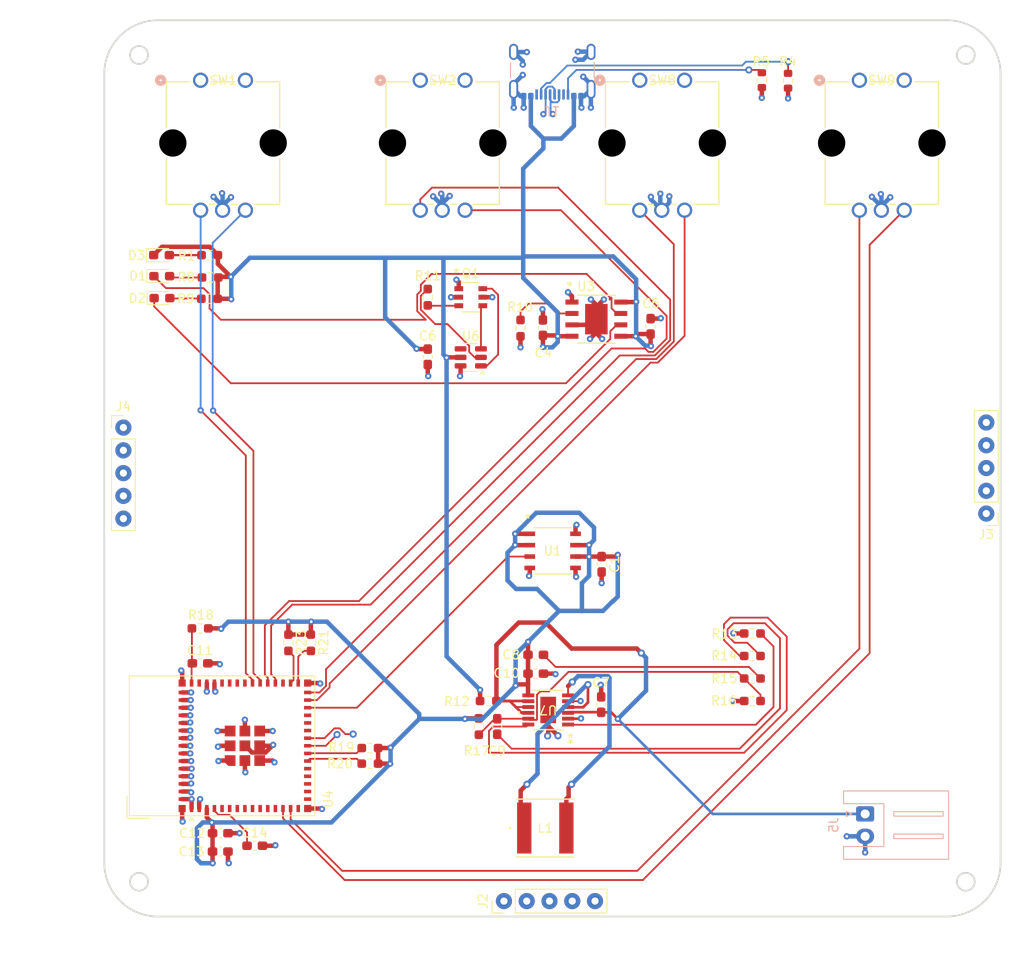
<source format=kicad_pcb>
(kicad_pcb (version 20240108) (generator "pcbnew") (generator_version "8.0")
  (layers (0 "F.Cu" signal) (1 "In1.Cu" signal) (2 "In2.Cu" signal) (31 "B.Cu" signal) (34 "B.Paste" user) (35 "F.Paste" user) (36 "B.SilkS" user "B.Silkscreen") (37 "F.SilkS" user "F.Silkscreen") (38 "B.Mask" user) (39 "F.Mask" user) (44 "Edge.Cuts" user))
  (net 0 "")
  (net 1 "GND")
  (net 2 "VBUS")
  (net 3 "BAT+")
  (net 4 "Net-(C8-Pad1)")
  (net 5 "Net-(C9-Pad1)")
  (net 6 "Net-(U7-FB)")
  (net 7 "/ESP32_EN")
  (net 8 "/BOOT")
  (net 9 "Net-(D1-K)")
  (net 10 "Net-(D1-A)")
  (net 11 "Net-(D2-K)")
  (net 12 "Net-(D2-A)")
  (net 13 "Net-(J1-CC2)")
  (net 14 "Net-(J1-CC1)")
  (net 16 "USB_P")
  (net 17 "USB_N")
  (net 34 "Net-(U7-SW2)")
  (net 35 "Net-(U7-SW1)")
  (net 36 "Net-(Q1-G1)")
  (net 37 "Net-(Q1-S2)")
  (net 38 "Net-(Q1-G2)")
  (net 39 "Net-(U3-PROG)")
  (net 40 "Net-(U6-CS)")
  (net 41 "Net-(U7-RT)")
  (net 42 "Net-(U7-VC)")
  (net 43 "Net-(U4-IO18)")
  (net 44 "Net-(U4-IO17)")
  (net 45 "Net-(U4-IO35)")
  (net 46 "Net-(U4-IO36)")
  (net 47 "R1A")
  (net 48 "R1B")
  (net 49 "R2B")
  (net 50 "R2A")
  (net 51 "R3B")
  (net 52 "R3A")
  (net 53 "R4B")
  (net 54 "R4A")
  (net 55 "AS56_OUT")
  (net 63 "TX")
  (net 65 "RX")
  (net 73 "+3V3")
  (net 75 "Net-(D3-A)")
  (net 78 "Net-(U4-IO5)")
  (net 79 "Net-(U4-IO3)")
  (net 80 "Net-(U4-IO6)")
  (net 81 "Net-(U4-IO4)")
  (footprint "Resistor_SMD:R_0603_1608Metric" (layer "F.Cu") (at 175.905189 54.008015 90)
    (property "Reference" "R4")
    (property "Value" "5k1")
  )
  (footprint "Resistor_SMD:R_0603_1608Metric_Pad0.98x0.95mm_HandSolder" (layer "F.Cu") (at 122.665189 116.708015 -90)
    (property "Reference" "R21")
    (property "Value" "10k")
  )
  (footprint "Capacitor_SMD:C_0603_1608Metric_Pad1.08x0.95mm_HandSolder" (layer "F.Cu") (at 147.755189 120.158015)
    (property "Reference" "C10")
    (property "Value" "22pF")
  )
  (footprint "Test_Encoder:PEC12R-4x15F-Sxxxx_BRN" (layer "F.Cu") (at 110.363189 53.952216)
    (property "Reference" "SW1")
    (property "Value" "RotaryEncoder")
  )
  (footprint "Capacitor_SMD:C_0603_1608Metric_Pad1.08x0.95mm_HandSolder" (layer "F.Cu") (at 116.405189 139.358015)
    (property "Reference" "C14")
    (property "Value" ".1uF")
  )
  (footprint "LTC3536EMSE_PBF:MSOP-12_MSE_LIT" (layer "F.Cu") (at 149.144089 124.208015 180)
    (property "Reference" "U7")
    (property "Value" "LTC3536EMSE-PBF")
  )
  (footprint "Resistor_SMD:R_0603_1608Metric_Pad0.98x0.95mm_HandSolder" (layer "F.Cu") (at 111.355189 78.333015 180)
    (property "Reference" "R9")
    (property "Value" "1K")
  )
  (footprint "Resistor_SMD:R_0603_1608Metric" (layer "F.Cu") (at 172.980189 53.938015 90)
    (property "Reference" "R5")
    (property "Value" "5k1")
  )
  (footprint "Capacitor_SMD:C_0603_1608Metric_Pad1.08x0.95mm_HandSolder" (layer "F.Cu") (at 143.455189 126.058015 90)
    (property "Reference" "C9")
    (property "Value" "220pF")
  )
  (footprint "Resistor_SMD:R_0603_1608Metric_Pad0.98x0.95mm_HandSolder" (layer "F.Cu") (at 129.255189 130.198015 180)
    (property "Reference" "R20")
    (property "Value" "10k")
  )
  (footprint "Connector_PinHeader_2.54mm:PinHeader_1x05_P2.54mm_Vertical_Adafruit" (layer "F.Cu") (at 101.746552 92.703442)
    (property "Reference" "J4")
    (property "Value" "Conn_01x05_Socket")
  )
  (footprint "Resistor_SMD:R_0603_1608Metric_Pad0.98x0.95mm_HandSolder" (layer "F.Cu") (at 171.921639 120.698415)
    (property "Reference" "R15")
    (property "Value" "6K49")
  )
  (footprint "Connector_PinHeader_2.54mm:PinHeader_1x05_P2.54mm_Vertical_Adafruit" (layer "F.Cu") (at 198.021552 102.298442 180)
    (property "Reference" "J3")
    (property "Value" "Conn_01x05_Socket")
  )
  (footprint "Resistor_SMD:R_0603_1608Metric_Pad0.98x0.95mm_HandSolder" (layer "F.Cu") (at 171.921639 123.208415)
    (property "Reference" "R16")
    (property "Value" "221K")
  )
  (footprint "Test_Encoder:PEC12R-4x15F-Sxxxx_BRN" (layer "F.Cu") (at 134.870389 53.952216)
    (property "Reference" "SW2")
    (property "Value" "RotaryEncoder")
  )
  (footprint "Test_Encoder:PEC12R-4x15F-Sxxxx_BRN" (layer "F.Cu") (at 183.866989 53.952216)
    (property "Reference" "SW9")
    (property "Value" "RotaryEncoder")
  )
  (footprint "Resistor_SMD:R_0603_1608Metric_Pad0.98x0.95mm_HandSolder" (layer "F.Cu") (at 111.430189 75.958015 180)
    (property "Reference" "R8")
    (property "Value" "1K")
  )
  (footprint "LED_SMD:LED_0603_1608Metric_Pad1.05x0.95mm_HandSolder" (layer "F.Cu") (at 106.000178 73.460628)
    (property "Reference" "D3")
    (property "Value" "LED_Small")
  )
  (footprint "NR6028T4R7M:IND_TAIYO_NR6028_TAY" (layer "F.Cu") (at 148.821552 137.383442)
    (property "Reference" "L1")
    (property "Value" "4.7uH")
  )
  (footprint "Resistor_SMD:R_0603_1608Metric_Pad0.98x0.95mm_HandSolder" (layer "F.Cu") (at 135.705189 78.158015 -90)
    (property "Reference" "R11")
    (property "Value" "100k")
  )
  (footprint "Capacitor_SMD:C_0603_1608Metric_Pad1.08x0.95mm_HandSolder" (layer "F.Cu") (at 155.055189 123.608015 90)
    (property "Reference" "C7")
    (property "Value" "10uF")
  )
  (footprint "RF_Module:ESP32-S2-MINI-1" (layer "F.Cu") (at 112.755189 128.208015 90)
    (property "Reference" "U4")
    (property "Value" "ESP32-S3-MINI-1")
  )
  (footprint "Capacitor_SMD:C_0603_1608Metric_Pad1.08x0.95mm_HandSolder" (layer "F.Cu") (at 110.305189 119.008015)
    (property "Reference" "C11")
    (property "Value" ".1uF")
  )
  (footprint "Resistor_SMD:R_0603_1608Metric_Pad0.98x0.95mm_HandSolder" (layer "F.Cu") (at 146.055189 81.608015 90)
    (property "Reference" "R10")
    (property "Value" "1K3")
  )
  (footprint "Connector_PinHeader_2.54mm:PinHeader_1x05_P2.54mm_Vertical_Adafruit" (layer "F.Cu") (at 144.206552 145.533442 90)
    (property "Reference" "J2")
    (property "Value" "Conn_01x05_Socket")
  )
  (footprint "FS8205A:SOT-23-6L_TCP" (layer "F.Cu") (at 140.505189 78.158016)
    (property "Reference" "Q1")
    (property "Value" "FS8205A")
  )
  (footprint "TP4056:ESOP8_TPW" (layer "F.Cu") (at 154.517689 80.608015)
    (property "Reference" "U3")
    (property "Value" "TP4056")
  )
  (footprint "Capacitor_SMD:C_0603_1608Metric_Pad1.08x0.95mm_HandSolder" (layer "F.Cu") (at 147.755189 118.058015 180)
    (property "Reference" "C8")
    (property "Value" "47uF")
  )
  (footprint "Resistor_SMD:R_0603_1608Metric_Pad0.98x0.95mm_HandSolder" (layer "F.Cu") (at 171.921639 118.188415)
    (property "Reference" "R14")
    (property "Value" "49K9")
  )
  (footprint "LED_SMD:LED_0603_1608Metric_Pad1.05x0.95mm_HandSolder" (layer "F.Cu") (at 106.030189 75.808015)
    (property "Reference" "D1")
    (property "Value" "LED_Small")
  )
  (footprint "Resistor_SMD:R_0603_1608Metric_Pad0.98x0.95mm_HandSolder" (layer "F.Cu") (at 141.405189 126.058015 -90)
    (property "Reference" "R17")
    (property "Value" "1000k")
  )
  (footprint "Resistor_SMD:R_0603_1608Metric_Pad0.98x0.95mm_HandSolder" (layer "F.Cu") (at 110.305189 115.108015 180)
    (property "Reference" "R18")
    (property "Value" "10K")
  )
  (footprint "Capacitor_SMD:C_0603_1608Metric_Pad1.08x0.95mm_HandSolder" (layer "F.Cu") (at 148.555189 81.558015 90)
    (property "Reference" "C4")
    (property "Value" "10uF")
  )
  (footprint "Resistor_SMD:R_0603_1608Metric_Pad0.98x0.95mm_HandSolder" (layer "F.Cu") (at 111.380178 73.460628 180)
    (property "Reference" "R1")
    (property "Value" "100")
  )
  (footprint "Resistor_SMD:R_0603_1608Metric_Pad0.98x0.95mm_HandSolder" (layer "F.Cu") (at 142.455189 123.208015 180)
    (property "Reference" "R12")
    (property "Value" "100")
  )
  (footprint "Capacitor_SMD:C_0603_1608Metric_Pad1.08x0.95mm_HandSolder" (layer "F.Cu") (at 160.567689 81.408015 90)
    (property "Reference" "C5")
    (property "Value" "10uF")
  )
  (footprint "Package_TO_SOT_SMD:SOT-23-6" (layer "F.Cu") (at 140.505189 84.870515 180)
    (property "Reference" "U6")
    (property "Value" "DW01A")
  )
  (footprint "Resistor_SMD:R_0603_1608Metric_Pad0.98x0.95mm_HandSolder" (layer "F.Cu") (at 120.155189 116.708015 -90)
    (property "Reference" "R23")
    (property "Value" "10k")
  )
  (footprint "Resistor_SMD:R_0603_1608Metric_Pad0.98x0.95mm_HandSolder" (layer "F.Cu") (at 129.255189 128.458015 180)
    (property "Reference" "R19")
    (property "Value" "10k")
  )
  (footprint "AS5600:AS5600L-ASOM_AMS-L" (layer "F.Cu") (at 149.639089 106.459216)
    (property "Reference" "U1")
    (property "Value" "AS5600L-ASOM")
  )
  (footprint "Capacitor_SMD:C_0603_1608Metric_Pad1.08x0.95mm_HandSolder" (layer "F.Cu") (at 112.555189 140.008015)
    (property "Reference" "C13")
    (property "Value" "10uF")
  )
  (footprint "LED_SMD:LED_0603_1608Metric_Pad1.05x0.95mm_HandSolder" (layer "F.Cu") (at 106.055189 78.258015)
    (property "Reference" "D2")
    (property "Value" "LED_Small")
  )
  (footprint "Resistor_SMD:R_0603_1608Metric_Pad0.98x0.95mm_HandSolder" (layer "F.Cu") (at 171.921639 115.678415)
    (property "Reference" "R13")
    (property "Value" "332k")
  )
  (footprint "Test_Encoder:PEC12R-4x15F-Sxxxx_BRN" (layer "F.Cu") (at 159.359789 53.952216)
    (property "Reference" "SW8")
    (property "Value" "RotaryEncoder")
  )
  (footprint "Capacitor_SMD:C_0603_1608Metric_Pad1.08x0.95mm_HandSolder" (layer "F.Cu") (at 135.705189 84.808015 90)
    (property "Reference" "C6")
    (property "Value" ".1uF")
  )
  (footprint "Capacitor_SMD:C_0603_1608Metric_Pad1.08x0.95mm_HandSolder" (layer "F.Cu") (at 112.555189 137.958015)
    (property "Reference" "C12")
    (property "Value" ".1uF")
  )
  (footprint "Capacitor_SMD:C_0603_1608Metric_Pad1.08x0.95mm_HandSolder" (layer "F.Cu") (at 155.105189 107.958015 -90)
    (property "Reference" "C1")
    (property "Value" "10uF")
  )
  (footprint "Connector_USB:USB_C_Receptacle_GCT_USB4105-xx-A_16P_TopMnt_Horizontal" (layer "B.Cu") (at 149.605189 51.858015)
    (property "Reference" "J1")
    (property "Value" "USB_C_Receptacle_USB2.0_16P")
  )
  (footprint "Connector_JST:JST_XH_S2B-XH-A_1x02_P2.50mm_Horizontal" (layer "B.Cu") (at 184.505189 135.808015 -90)
    (property "Reference" "J5")
    (property "Value" "Conn_01x02_Socket")
  )
  (gr_arc (start 105.615177 147.255628) (mid 101.372537 145.498269) (end 99.615178 141.255629) (stroke (width 0.2)) (layer "Edge.Cuts"))
  (gr_line (start 193.61515 47.255628) (end 162.115178 47.255628) (stroke (width 0.2)) (layer "Edge.Cuts"))
  (gr_circle (center 195.736498 51.134308) (end 196.736498 51.134308) (stroke (width 0.2)) (fill none) (layer "Edge.Cuts"))
  (gr_arc (start 199.615178 141.255695) (mid 197.857837 145.498292) (end 193.61524 147.255628) (stroke (width 0.2)) (layer "Edge.Cuts"))
  (gr_circle (center 103.493858 51.134308) (end 104.493858 51.134308) (stroke (width 0.2)) (fill none) (layer "Edge.Cuts"))
  (gr_circle (center 103.493857 143.376948) (end 104.493857 143.376948) (stroke (width 0.2)) (fill none) (layer "Edge.Cuts"))
  (gr_arc (start 99.615179 53.255628) (mid 101.372533 49.012987) (end 105.615172 47.255628) (stroke (width 0.2)) (layer "Edge.Cuts"))
  (gr_line (start 105.615177 147.255628) (end 193.61524 147.255628) (stroke (width 0.2)) (layer "Edge.Cuts"))
  (gr_circle (center 195.736499 143.376948) (end 196.736499 143.376948) (stroke (width 0.2)) (fill none) (layer "Edge.Cuts"))
  (gr_line (start 162.115178 47.255628) (end 137.115178 47.255628) (stroke (width 0.2)) (layer "Edge.Cuts"))
  (gr_line (start 199.615178 141.255695) (end 199.615178 53.255655) (stroke (width 0.2)) (layer "Edge.Cuts"))
  (gr_line (start 99.615178 53.255628) (end 99.615178 141.255629) (stroke (width 0.2)) (layer "Edge.Cuts"))
  (gr_arc (start 193.61515 47.255628) (mid 197.85781 49.012995) (end 199.615178 53.255655) (stroke (width 0.2)) (layer "Edge.Cuts"))
  (gr_line (start 137.115178 47.255628) (end 105.615172 47.255628) (stroke (width 0.2)) (layer "Edge.Cuts"))
  (segment (start 139.165339 77.208015) (end 139.165339 76.468165) (width 0.5) (layer "F.Cu") (net 1))
  (segment (start 113.417689 137.958015) (end 114.705189 137.958015) (width 0.5) (layer "F.Cu") (net 1))
  (segment (start 148.555189 79.558015) (end 148.505189 79.508015) (width 0.5) (layer "F.Cu") (net 1))
  (segment (start 108.305189 136.608015) (end 108.355189 136.658015) (width 0.5) (layer "F.Cu") (net 1))
  (segment (start 115.305189 131.108015) (end 115.355189 131.158015) (width 0.5) (layer "F.Cu") (net 1))
  (segment (start 113.417689 140.008015) (end 113.417689 141.220515) (width 0.5) (layer "F.Cu") (net 1))
  (segment (start 115.305189 126.558015) (end 115.305189 125.308015) (width 0.5) (layer "F.Cu") (net 1))
  (segment (start 169.705589 123.208415) (end 169.705189 123.208015) (width 0.5) (layer "F.Cu") (net 1))
  (segment (start 151.793539 78.046365) (end 151.355189 77.608015) (width 0.5) (layer "F.Cu") (net 1))
  (segment (start 160.567689 80.545515) (end 161.667689 80.545515) (width 0.5) (layer "F.Cu") (net 1))
  (segment (start 115.305189 128.208015) (end 115.355189 128.208015) (width 0.5) (layer "F.Cu") (net 1))
  (segment (start 154.517689 82.170515) (end 155.155189 82.808015) (width 0.5) (layer "F.Cu") (net 1))
  (segment (start 108.305189 125.658015) (end 109.155189 125.658015) (width 0.5) (layer "F.Cu") (net 1))
  (segment (start 118.655189 139.358015) (end 118.705189 139.308015) (width 0.5) (layer "F.Cu") (net 1))
  (segment (start 154.517689 79.020515) (end 153.905189 78.408015) (width 0.5) (layer "F.Cu") (net 1))
  (segment (start 171.009139 123.208415) (end 169.705589 123.208415) (width 0.5) (layer "F.Cu") (net 1))
  (segment (start 151.360239 125.183375) (end 152.779829 125.183375) (width 0.3) (layer "F.Cu") (net 1))
  (segment (start 112.405189 129.858015) (end 112.355189 129.908015) (width 0.5) (layer "F.Cu") (net 1))
  (segment (start 109.155189 125.658015) (end 109.205189 125.608015) (width 0.5) (layer "F.Cu") (net 1))
  (segment (start 147.084989 108.364216) (end 147.084989 109.178215) (width 0.5) (layer "F.Cu") (net 1))
  (segment (start 113.655189 128.208015) (end 112.405189 128.208015) (width 0.5) (layer "F.Cu") (net 1))
  (segment (start 169.825589 115.678415) (end 169.805189 115.658015) (width 0.5) (layer "F.Cu") (net 1))
  (segment (start 111.167689 119.008015) (end 112.405189 119.008015) (width 0.5) (layer "F.Cu") (net 1))
  (segment (start 108.305189 119.908015) (end 108.205189 119.808015) (width 0.5) (layer "F.Cu") (net 1))
  (segment (start 138.30519 78.158016) (end 138.305189 78.158015) (width 0.5) (layer "F.Cu") (net 1))
  (segment (start 155.105189 108.820515) (end 155.105189 110.058015) (width 0.5) (layer "F.Cu") (net 1))
  (segment (start 110.205189 134.258015) (end 110.305189 134.158015) (width 0.5) (layer "F.Cu") (net 1))
  (segment (start 154.517689 80.608015) (end 154.517689 79.020515) (width 0.5) (layer "F.Cu") (net 1))
  (segment (start 108.305189 132.458015) (end 109.255189 132.458015) (width 0.5) (layer "F.Cu") (net 1))
  (segment (start 108.305189 128.208015) (end 109.205189 128.208015) (width 0.5) (layer "F.Cu") (net 1))
  (segment (start 154.517689 82.095515) (end 153.805189 82.808015) (width 0.5) (layer "F.Cu") (net 1))
  (segment (start 118.405189 129.858015) (end 118.605189 130.058015) (width 0.5) (layer "F.Cu") (net 1))
  (segment (start 108.305189 126.508015) (end 109.205189 126.508015) (width 0.5) (layer "F.Cu") (net 1))
  (segment (start 115.305189 129.858015) (end 115.305189 131.108015) (width 0.5) (layer "F.Cu") (net 1))
  (segment (start 152.193189 103.670015) (end 152.305189 103.558015) (width 0.5) (layer "F.Cu") (net 1))
  (segment (start 139.165339 78.158016) (end 138.30519 78.158016) (width 0.5) (layer "F.Cu") (net 1))
  (segment (start 112.405189 119.008015) (end 112.505189 119.108015) (width 0.5) (layer "F.Cu") (net 1))
  (segment (start 149.905189 120.158015) (end 149.955189 120.208015) (width 0.5) (layer "F.Cu") (net 1))
  (segment (start 149.144089 127.044115) (end 149.080189 127.108015) (width 0.5) (layer "F.Cu") (net 1))
  (segment (start 108.305189 133.308015) (end 109.205189 133.308015) (width 0.5) (layer "F.Cu") (net 1))
  (segment (start 117.267689 139.358015) (end 118.655189 139.358015) (width 0.5) (layer "F.Cu") (net 1))
  (segment (start 135.705189 86.908015) (end 135.755189 86.958015) (width 0.5) (layer "F.Cu") (net 1))
  (segment (start 154.517689 80.608015) (end 154.517689 79.245515) (width 0.5) (layer "F.Cu") (net 1))
  (segment (start 108.305189 123.958015) (end 109.255189 123.958015) (width 0.5) (layer "F.Cu") (net 1))
  (segment (start 123.855189 135.208015) (end 123.905189 135.258015) (width 0.5) (layer "F.Cu") (net 1))
  (segment (start 142.905188 78.158016) (end 142.905189 78.158015) (width 0.5) (layer "F.Cu") (net 1))
  (segment (start 116.105189 128.958015) (end 117.605189 128.958015) (width 0.5) (layer "F.Cu") (net 1))
  (segment (start 149.144089 125.996915) (end 150.230189 127.083015) (width 0.5) (layer "F.Cu") (net 1))
  (segment (start 154.517689 80.608015) (end 154.517689 82.170515) (width 0.5) (layer "F.Cu") (net 1))
  (segment (start 135.705189 85.670515) (end 135.705189 86.908015) (width 0.5) (layer "F.Cu") (net 1))
  (segment (start 155.055189 121.458015) (end 155.005189 121.408015) (width 0.5) (layer "F.Cu") (net 1))
  (segment (start 108.305189 134.158015) (end 109.355189 134.158015) (width 0.5) (layer "F.Cu") (net 1))
  (segment (start 117.605189 128.958015) (end 118.355189 128.208015) (width 0.5) (layer "F.Cu") (net 1))
  (segment (start 122.305189 135.208015) (end 123.855189 135.208015) (width 0.5) (layer "F.Cu") (net 1))
  (segment (start 108.305189 130.758015) (end 109.355189 130.758015) (width 0.5) (layer "F.Cu") (net 1))
  (segment (start 108.305189 129.058015) (end 109.205189 129.058015) (width 0.5) (layer "F.Cu") (net 1))
  (segment (start 116.955189 129.858015) (end 118.405189 129.858015) (width 0.5) (layer "F.Cu") (net 1))
  (segment (start 108.305189 135.208015) (end 108.305189 136.608015) (width 0.5) (layer "F.Cu") (net 1))
  (segment (start 161.667689 80.545515) (end 161.705189 80.508015) (width 0.5) (layer "F.Cu") (net 1))
  (segment (start 148.617689 120.158015) (end 149.905189 120.158015) (width 0.5) (layer "F.Cu") (net 1))
  (segment (start 109.255189 132.458015) (end 109.305189 132.408015) (width 0.5) (layer "F.Cu") (net 1))
  (segment (start 111.055189 121.208015) (end 111.055189 122.158015) (width 0.5) (layer "F.Cu") (net 1))
  (segment (start 108.305189 122.258015) (end 109.305189 122.258015) (width 0.5) (layer "F.Cu") (net 1))
  (segment (start 115.355189 128.208015) (end 116.105189 128.958015) (width 0.5) (layer "F.Cu") (net 1))
  (segment (start 155.055189 122.745515) (end 155.055189 121.458015) (width 0.5) (layer "F.Cu") (net 1))
  (segment (start 139.165339 76.468165) (end 138.905189 76.208015) (width 0.5) (layer "F.Cu") (net 1))
  (segment (start 113.417689 141.220515) (end 113.505189 141.308015) (width 0.5) (layer "F.Cu") (net 1))
  (segment (start 108.305189 121.208015) (end 108.305189 119.908015) (width 0.5) (layer "F.Cu") (net 1))
  (segment (start 116.955189 126.558015) (end 118.405189 126.558015) (width 0.5) (layer "F.Cu") (net 1))
  (segment (start 112.405189 128.208015) (end 112.305189 128.308015) (width 0.5) (layer "F.Cu") (net 1))
  (segment (start 111.905189 121.208015) (end 111.905189 122.058015) (width 0.5) (layer "F.Cu") (net 1))
  (segment (start 151.360239 123.232655) (end 152.730549 123.232655) (width 0.2) (layer "F.Cu") (net 1))
  (segment (start 151.793539 81.243015) (end 153.882689 81.243015) (width 0.5) (layer "F.Cu") (net 1))
  (segment (start 110.205189 135.208015) (end 110.205189 134.258015) (width 0.5) (layer "F.Cu") (net 1))
  (segment (start 149.144089 124.208015) (end 149.144089 125.996915) (width 0.5) (layer "F.Cu") (net 1))
  (segment (start 141.845039 78.158016) (end 142.905188 78.158016) (width 0.5) (layer "F.Cu") (net 1))
  (segment (start 108.305189 123.108015) (end 109.255189 123.108015) (width 0.5) (layer "F.Cu") (net 1))
  (segment (start 154.517689 79.245515) (end 155.355189 78.408015) (width 0.5) (layer "F.Cu") (net 1))
  (segment (start 152.193189 108.364216) (end 152.193189 109.296015) (width 0.5) (layer "F.Cu") (net 1))
  (segment (start 122.305189 121.208015) (end 123.655189 121.208015) (width 0.5) (layer "F.Cu") (net 1))
  (segment (start 154.517689 80.608015) (end 154.517689 82.095515) (width 0.5) (layer "F.Cu") (net 1))
  (segment (start 147.084989 109.178215) (end 147.005189 109.258015) (width 0.5) (layer "F.Cu") (net 1))
  (segment (start 152.779829 125.183375) (end 152.805189 125.158015) (width 0.3) (layer "F.Cu") (net 1))
  (segment (start 108.305189 129.908015) (end 109.305189 129.908015) (width 0.5) (layer "F.Cu") (net 1))
  (segment (start 139.367689 86.895515) (end 139.305189 86.958015) (width 0.5) (layer "F.Cu") (net 1))
  (segment (start 109.355189 135.208015) (end 109.355189 134.158015) (width 0.5) (layer "F.Cu") (net 1))
  (segment (start 109.155189 127.358015) (end 109.205189 127.308015) (width 0.5) (layer "F.Cu") (net 1))
  (segment (start 108.305189 127.358015) (end 109.155189 127.358015) (width 0.5) (layer "F.Cu") (net 1))
  (segment (start 123.655189 121.208015) (end 123.705189 121.258015) (width 0.5) (layer "F.Cu") (net 1))
  (segment (start 116.955189 128.208015) (end 118.355189 128.208015) (width 0.5) (layer "F.Cu") (net 1))
  (segment (start 108.305189 124.808015) (end 109.205189 124.808015) (width 0.5) (layer "F.Cu") (net 1))
  (segment (start 108.305189 131.608015) (end 109.305189 131.608015) (width 0.5) (layer "F.Cu") (net 1))
  (segment (start 113.655189 126.558015) (end 112.255189 126.558015) (width 0.5) (layer "F.Cu") (net 1))
  (segment (start 111.905189 122.058015) (end 112.005189 122.158015) (width 0.5) (layer "F.Cu") (net 1))
  (segment (start 175.905189 54.833015) (end 175.905189 55.983015) (width 0.5) (layer "F.Cu") (net 1))
  (segment (start 151.793539 78.703015) (end 151.793539 78.046365) (width 0.5) (layer "F.Cu") (net 1))
  (segment (start 118.355189 128.208015) (end 118.455189 128.108015) (width 0.5) (layer "F.Cu") (net 1))
  (segment (start 149.144089 124.208015) (end 149.144089 127.044115) (width 0.5) (layer "F.Cu") (net 1))
  (segment (start 152.193189 109.296015) (end 152.255189 109.358015) (width 0.5) (layer "F.Cu") (net 1))
  (segment (start 109.205189 133.308015) (end 109.305189 133.408015) (width 0.5) (layer "F.Cu") (net 1))
  (segment (start 152.730549 123.232655) (end 152.755189 123.208015) (width 0.2) (layer "F.Cu") (net 1))
  (segment (start 113.655189 129.858015) (end 112.405189 129.858015) (width 0.5) (layer "F.Cu") (net 1))
  (segment (start 139.367689 85.820515) (end 139.367689 86.895515) (width 0.5) (layer "F.Cu") (net 1))
  (segment (start 172.980189 54.763015) (end 172.980189 55.903015) (width 0.5) (layer "F.Cu") (net 1))
  (segment (start 146.055189 82.520515) (end 146.055189 83.758015) (width 0.5) (layer "F.Cu") (net 1))
  (segment (start 153.882689 81.243015) (end 154.517689 80.608015) (width 0.5) (layer "F.Cu") (net 1))
  (segment (start 148.555189 80.695515) (end 148.555189 79.558015) (width 0.5) (layer "F.Cu") (net 1))
  (segment (start 152.193189 104.554216) (end 152.193189 103.670015) (width 0.5) (layer "F.Cu") (net 1))
  (segment (start 171.009139 115.678415) (end 169.825589 115.678415) (width 0.5) (layer "F.Cu") (net 1))
  (via (at 108.355189 136.658015) (size 0.7) (drill 0.3) (layers "F.Cu" "B.Cu") (net 1))
  (via (at 145.305189 57.008015) (size 0.7) (drill 0.3) (layers "F.Cu" "B.Cu") (net 1))
  (via (at 152.755189 123.208015) (size 0.7) (drill 0.3) (layers "F.Cu" "B.Cu") (net 1))
  (via (at 138.305189 78.158015) (size 0.7) (drill 0.3) (layers "F.Cu" "B.Cu") (net 1))
  (via (at 109.305189 122.258015) (size 0.7) (drill 0.3) (layers "F.Cu" "B.Cu") (net 1))
  (via (at 149.955189 120.208015) (size 0.7) (drill 0.3) (layers "F.Cu" "B.Cu") (net 1))
  (via (at 137.205189 66.608015) (size 0.7) (drill 0.3) (layers "F.Cu" "B.Cu") (net 1))
  (via (at 162.655189 66.908015) (size 0.7) (drill 0.3) (layers "F.Cu" "B.Cu") (net 1))
  (via (at 155.355189 78.408015) (size 0.7) (drill 0.3) (layers "F.Cu" "B.Cu") (net 1))
  (via (at 139.305189 86.958015) (size 0.7) (drill 0.3) (layers "F.Cu" "B.Cu") (net 1))
  (via (at 118.405189 126.558015) (size 0.7) (drill 0.3) (layers "F.Cu" "B.Cu") (net 1))
  (via (at 175.905189 55.983015) (size 0.7) (drill 0.3) (layers "F.Cu" "B.Cu") (net 1))
  (via (at 146.055189 83.758015) (size 0.7) (drill 0.3) (layers "F.Cu" "B.Cu") (net 1))
  (via (at 135.755189 86.958015) (size 0.7) (drill 0.3) (layers "F.Cu" "B.Cu") (net 1))
  (via (at 149.080189 127.108015) (size 0.8) (drill 0.4) (layers "F.Cu" "B.Cu") (net 1))
  (via (at 113.505189 141.308015) (size 0.7) (drill 0.3) (layers "F.Cu" "B.Cu") (net 1))
  (via (at 161.655189 66.608015) (size 0.7) (drill 0.3) (layers "F.Cu" "B.Cu") (net 1))
  (via (at 146.305189 52.208015) (size 0.7) (drill 0.3) (layers "F.Cu" "B.Cu") (net 1))
  (via (at 123.705189 121.258015) (size 0.7) (drill 0.3) (layers "F.Cu" "B.Cu") (net 1))
  (via (at 138.155189 66.858015) (size 0.7) (drill 0.3) (layers "F.Cu" "B.Cu") (net 1))
  (via (at 109.205189 124.808015) (size 0.7) (drill 0.3) (layers "F.Cu" "B.Cu") (net 1))
  (via (at 182.455189 138.308015) (size 0.7) (drill 0.3) (layers "F.Cu" "B.Cu") (net 1))
  (via (at 153.905189 57.008015) (size 0.7) (drill 0.3) (layers "F.Cu" "B.Cu") (net 1))
  (via (at 146.755189 50.808015) (size 0.7) (drill 0.3) (layers "F.Cu" "B.Cu") (net 1))
  (via (at 109.355189 130.758015) (size 0.7) (drill 0.3) (layers "F.Cu" "B.Cu") (net 1))
  (via (at 187.305189 67.008015) (size 0.7) (drill 0.3) (layers "F.Cu" "B.Cu") (net 1))
  (via (at 155.105189 110.058015) (size 0.7) (drill 0.3) (layers "F.Cu" "B.Cu") (net 1))
  (via (at 151.355189 77.608015) (size 0.7) (drill 0.3) (layers "F.Cu" "B.Cu") (net 1))
  (via (at 172.970189 55.913015) (size 0.7) (drill 0.3) (layers "F.Cu" "B.Cu") (net 1))
  (via (at 118.705189 139.308015) (size 0.7) (drill 0.3) (layers "F.Cu" "B.Cu") (net 1))
  (via (at 109.305189 132.408015) (size 0.7) (drill 0.3) (layers "F.Cu" "B.Cu") (net 1))
  (via (at 112.305189 128.308015) (size 0.7) (drill 0.3) (layers "F.Cu" "B.Cu") (net 1))
  (via (at 153.905189 78.408015) (size 0.7) (drill 0.3) (layers "F.Cu" "B.Cu") (net 1))
  (via (at 114.705189 137.958015) (size 0.7) (drill 0.3) (layers "F.Cu" "B.Cu") (net 1))
  (via (at 123.905189 135.258015) (size 0.7) (drill 0.3) (layers "F.Cu" "B.Cu") (net 1))
  (via (at 185.255189 66.958015) (size 0.7) (drill 0.3) (layers "F.Cu" "B.Cu") (net 1))
  (via (at 115.305189 125.308015) (size 0.7) (drill 0.3) (layers "F.Cu" "B.Cu") (net 1))
  (via (at 118.605189 130.058015) (size 0.7) (drill 0.3) (layers "F.Cu" "B.Cu") (net 1))
  (via (at 109.205189 127.308015) (size 0.7) (drill 0.3) (layers "F.Cu" "B.Cu") (net 1))
  (via (at 153.055189 53.558015) (size 0.7) (drill 0.3) (layers "F.Cu" "B.Cu") (net 1))
  (via (at 109.255189 123.958015) (size 0.7) (drill 0.3) (layers "F.Cu" "B.Cu") (net 1))
  (via (at 150.230189 127.083015) (size 0.8) (drill 0.4) (layers "F.Cu" "B.Cu") (net 1))
  (via (at 155.005189 121.408015) (size 0.7) (drill 0.3) (layers "F.Cu" "B.Cu") (net 1))
  (via (at 109.205189 129.058015) (size 0.7) (drill 0.3) (layers "F.Cu" "B.Cu") (net 1))
  (via (at 110.305189 134.158015) (size 0.7) (drill 0.3) (layers "F.Cu" "B.Cu") (net 1))
  (via (at 111.805189 66.958015) (size 0.7) (drill 0.3) (layers "F.Cu" "B.Cu") (net 1))
  (via (at 152.805189 125.158015) (size 0.7) (drill 0.3) (layers "F.Cu" "B.Cu") (net 1))
  (via (at 152.855189 57.008015) (size 0.7) (drill 0.3) (layers "F.Cu" "B.Cu") (net 1))
  (via (at 184.505189 140.108015) (size 0.7) (drill 0.3) (layers "F.Cu" "B.Cu") (net 1))
  (via (at 108.205189 119.808015) (size 0.7) (drill 0.3) (layers "F.Cu" "B.Cu") (net 1))
  (via (at 152.180189 51.658015) (size 0.7) (drill 0.3) (layers "F.Cu" "B.Cu") (net 1))
  (via (at 109.305189 129.908015) (size 0.7) (drill 0.3) (layers "F.Cu" "B.Cu") (net 1))
  (via (at 152.455189 50.758015) (size 0.7) (drill 0.3) (layers "F.Cu" "B.Cu") (net 1))
  (via (at 153.805189 82.808015) (size 0.7) (drill 0.3) (layers "F.Cu" "B.Cu") (net 1))
  (via (at 148.505189 79.508015) (size 0.7) (drill 0.3) (layers "F.Cu" "B.Cu") (net 1))
  (via (at 136.305189 66.908015) (size 0.7) (drill 0.3) (layers "F.Cu" "B.Cu") (net 1))
  (via (at 186.255189 66.658015) (size 0.7) (drill 0.3) (layers "F.Cu" "B.Cu") (net 1))
  (via (at 146.305189 53.358015) (size 0.7) (drill 0.3) (layers "F.Cu" "B.Cu") (net 1))
  (via (at 152.255189 109.358015) (size 0.7) (drill 0.3) (layers "F.Cu" "B.Cu") (net 1))
  (via (at 112.505189 119.108015) (size 0.7) (drill 0.3) (layers "F.Cu" "B.Cu") (net 1))
  (via (at 109.205189 128.208015) (size 0.7) (drill 0.3) (layers "F.Cu" "B.Cu") (net 1))
  (via (at 111.055189 122.158015) (size 0.7) (drill 0.3) (layers "F.Cu" "B.Cu") (net 1))
  (via (at 112.755189 66.558015) (size 0.7) (drill 0.3) (layers "F.Cu" "B.Cu") (net 1))
  (via (at 113.755189 67.008015) (size 0.7) (drill 0.3) (layers "F.Cu" "B.Cu") (net 1))
  (via (at 109.305189 133.408015) (size 0.7) (drill 0.3) (layers "F.Cu" "B.Cu") (net 1))
  (via (at 109.255189 123.108015) (size 0.7) (drill 0.3) (layers "F.Cu" "B.Cu") (net 1))
  (via (at 115.355189 131.158015) (size 0.7) (drill 0.3) (layers "F.Cu" "B.Cu") (net 1))
  (via (at 109.305189 131.608015) (size 0.7) (drill 0.3) (layers "F.Cu" "B.Cu") (net 1))
  (via (at 112.255189 126.558015) (size 0.7) (drill 0.3) (layers "F.Cu" "B.Cu") (net 1))
  (via (at 146.405189 57.008015) (size 0.7) (drill 0.3) (layers "F.Cu" "B.Cu") (net 1))
  (via (at 109.355189 134.158015) (size 0.7) (drill 0.3) (layers "F.Cu" "B.Cu") (net 1))
  (via (at 147.005189 109.258015) (size 0.7) (drill 0.3) (layers "F.Cu" "B.Cu") (net 1))
  (via (at 118.455189 128.108015) (size 0.7) (drill 0.3) (layers "F.Cu" "B.Cu") (net 1))
  (via (at 169.805189 115.658015) (size 0.7) (drill 0.3) (layers "F.Cu" "B.Cu") (net 1))
  (via (at 112.355189 129.908015) (size 0.7) (drill 0.3) (layers "F.Cu" "B.Cu") (net 1))
  (via (at 112.005189 122.158015) (size 0.7) (drill 0.3) (layers "F.Cu" "B.Cu") (net 1))
  (via (at 109.205189 126.508015) (size 0.7) (drill 0.3) (layers "F.Cu" "B.Cu") (net 1))
  (via (at 160.605189 66.958015) (size 0.7) (drill 0.3) (layers "F.Cu" "B.Cu") (net 1))
  (via (at 109.205189 125.608015) (size 0.7) (drill 0.3) (layers "F.Cu" "B.Cu") (net 1))
  (via (at 169.705189 123.208015) (size 0.7) (drill 0.3) (layers "F.Cu" "B.Cu") (net 1))
  (via (at 152.305189 103.558015) (size 0.7) (drill 0.3) (layers "F.Cu" "B.Cu") (net 1))
  (via (at 142.905189 78.158015) (size 0.7) (drill 0.3) (layers "F.Cu" "B.Cu") (net 1))
  (via (at 155.155189 82.808015) (size 0.7) (drill 0.3) (layers "F.Cu" "B.Cu") (net 1))
  (via (at 161.705189 80.508015) (size 0.7) (drill 0.3) (layers "F.Cu" "B.Cu") (net 1))
  (via (at 138.905189 76.208015) (size 0.7) (drill 0.3) (layers "F.Cu" "B.Cu") (net 1))
  (segment (start 146.755189 50.808015) (end 145.310189 50.808015) (width 0.5) (layer "B.Cu") (net 1))
  (segment (start 152.805189 55.735515) (end 152.805189 56.958015) (width 0.5) (layer "B.Cu") (net 1))
  (segment (start 153.925189 54.428015) (end 153.925189 54.963015) (width 0.5) (layer "B.Cu") (net 1))
  (segment (start 153.905189 54.983015) (end 153.925189 54.963015) (width 0.5) (layer "B.Cu") (net 1))
  (segment (start 152.180189 51.658015) (end 153.050189 51.658015) (width 0.5) (layer "B.Cu") (net 1))
  (segment (start 153.055189 53.558015) (end 153.925189 54.428015) (width 0.5) (layer "B.Cu") (net 1))
  (segment (start 152.455189 50.758015) (end 153.900189 50.758015) (width 0.5) (layer "B.Cu") (net 1))
  (segment (start 153.905189 57.008015) (end 153.905189 54.983015) (width 0.5) (layer "B.Cu") (net 1))
  (segment (start 137.320389 68.452216) (end 137.320389 66.723215) (width 0.5) (layer "B.Cu") (net 1))
  (segment (start 145.285189 54.963015) (end 145.285189 56.988015) (width 0.5) (layer "B.Cu") (net 1))
  (segment (start 146.405189 57.008015) (end 146.405189 55.735515) (width 0.5) (layer "B.Cu") (net 1))
  (segment (start 186.316989 68.452216) (end 186.316989 67.996215) (width 0.5) (layer "B.Cu") (net 1))
  (segment (start 137.320389 68.452216) (end 137.320389 67.692815) (width 0.5) (layer "B.Cu") (net 1))
  (segment (start 145.285189 56.988015) (end 145.305189 57.008015) (width 0.5) (layer "B.Cu") (net 1))
  (segment (start 146.305189 52.208015) (end 146.305189 51.803015) (width 0.5) (layer "B.Cu") (net 1))
  (segment (start 186.316989 68.452216) (end 186.316989 66.719815) (width 0.5) (layer "B.Cu") (net 1))
  (segment (start 112.813189 68.452216) (end 112.813189 66.616015) (width 0.5) (layer "B.Cu") (net 1))
  (segment (start 137.320389 67.692815) (end 138.155189 66.858015) (width 0.5) (layer "B.Cu") (net 1))
  (segment (start 153.050189 51.658015) (end 153.925189 50.783015) (width 0.5) (layer "B.Cu") (net 1))
  (segment (start 146.305189 53.358015) (end 145.285189 54.378015) (width 0.5) (layer "B.Cu") (net 1))
  (segment (start 145.310189 50.808015) (end 145.285189 50.783015) (width 0.5) (layer "B.Cu") (net 1))
  (segment (start 112.813189 68.452216) (end 112.813189 67.950015) (width 0.5) (layer "B.Cu") (net 1))
  (segment (start 186.316989 68.452216) (end 186.316989 68.019815) (width 0.5) (layer "B.Cu") (net 1))
  (segment (start 153.900189 50.758015) (end 153.925189 50.783015) (width 0.5) (layer "B.Cu") (net 1))
  (segment (start 152.805189 55.735515) (end 153.152689 55.735515) (width 0.5) (layer "B.Cu") (net 1))
  (segment (start 137.320389 67.923215) (end 136.305189 66.908015) (width 0.5) (layer "B.Cu") (net 1))
  (segment (start 184.505189 138.308015) (end 182.455189 138.308015) (width 0.5) (layer "B.Cu") (net 1))
  (segment (start 137.320389 66.723215) (end 137.205189 66.608015) (width 0.5) (layer "B.Cu") (net 1))
  (segment (start 161.655189 68.297616) (end 161.809789 68.452216) (width 0.5) (layer "B.Cu") (net 1))
  (segment (start 161.655189 66.608015) (end 161.655189 68.297616) (width 0.5) (layer "B.Cu") (net 1))
  (segment (start 146.057689 55.735515) (end 145.285189 54.963015) (width 0.5) (layer "B.Cu") (net 1))
  (segment (start 186.316989 66.719815) (end 186.255189 66.658015) (width 0.5) (layer "B.Cu") (net 1))
  (segment (start 112.813189 67.950015) (end 113.755189 67.008015) (width 0.5) (layer "B.Cu") (net 1))
  (segment (start 146.305189 51.803015) (end 145.285189 50.783015) (width 0.5) (layer "B.Cu") (net 1))
  (segment (start 160.605189 67.247616) (end 161.809789 68.452216) (width 0.5) (layer "B.Cu") (net 1))
  (segment (start 112.813189 67.966015) (end 111.805189 66.958015) (width 0.5) (layer "B.Cu") (net 1))
  (segment (start 137.320389 68.452216) (end 137.320389 67.923215) (width 0.5) (layer "B.Cu") (net 1))
  (segment (start 145.285189 54.378015) (end 145.285189 54.963015) (width 0.5) (layer "B.Cu") (net 1))
  (segment (start 152.805189 56.958015) (end 152.855189 57.008015) (width 0.5) (layer "B.Cu") (net 1))
  (segment (start 186.316989 68.019815) (end 185.255189 66.958015) (width 0.5) (layer "B.Cu") (net 1))
  (segment (start 162.655189 67.606816) (end 161.809789 68.452216) (width 0.5) (layer "B.Cu") (net 1))
  (segment (start 184.505189 138.308015) (end 184.505189 140.108015) (width 0.5) (layer "B.Cu") (net 1))
  (segment (start 112.813189 68.452216) (end 112.813189 67.966015) (width 0.5) (layer "B.Cu") (net 1))
  (segment (start 162.655189 66.908015) (end 162.655189 67.606816) (width 0.5) (layer "B.Cu") (net 1))
  (segment (start 146.405189 55.735515) (end 146.057689 55.735515) (width 0.5) (layer "B.Cu") (net 1))
  (segment (start 112.813189 66.616015) (end 112.755189 66.558015) (width 0.5) (layer "B.Cu") (net 1))
  (segment (start 186.316989 67.996215) (end 187.305189 67.008015) (width 0.5) (layer "B.Cu") (net 1))
  (segment (start 153.152689 55.735515) (end 153.925189 54.963015) (width 0.5) (layer "B.Cu") (net 1))
  (segment (start 160.605189 66.958015) (end 160.605189 67.247616) (width 0.5) (layer "B.Cu") (net 1))
  (segment (start 112.342689 75.958015) (end 112.267689 76.033015) (width 0.5) (layer "F.Cu") (net 2))
  (segment (start 112.267689 76.033015) (end 112.267689 78.333015) (width 0.5) (layer "F.Cu") (net 2))
  (segment (start 112.267689 78.333015) (end 113.730189 78.333015) (width 0.5) (layer "F.Cu") (net 2))
  (segment (start 158.910189 78.703015) (end 158.955189 78.658015) (width 0.5) (layer "F.Cu") (net 2))
  (segment (start 112.417689 75.883015) (end 112.342689 75.958015) (width 0.5) (layer "F.Cu") (net 2))
  (segment (start 148.555189 82.420515) (end 148.555189 83.708015) (width 0.5) (layer "F.Cu") (net 2))
  (segment (start 157.241839 82.513015) (end 158.900189 82.513015) (width 0.5) (layer "F.Cu") (net 2))
  (segment (start 113.730189 78.333015) (end 113.780189 78.383015) (width 0.5) (layer "F.Cu") (net 2))
  (segment (start 134.492689 83.945515) (end 134.455189 83.908015) (width 0.5) (layer "F.Cu") (net 2))
  (segment (start 113.730189 75.883015) (end 112.417689 75.883015) (width 0.5) (layer "F.Cu") (net 2))
  (segment (start 112.292678 73.460628) (end 112.292678 74.445504) (width 0.5) (layer "F.Cu") (net 2))
  (segment (start 105.125178 73.460628) (end 106.050178 72.535628) (width 0.5) (layer "F.Cu") (net 2))
  (segment (start 112.292678 74.445504) (end 113.730189 75.883015) (width 0.5) (layer "F.Cu") (net 2))
  (segment (start 150.117689 82.420515) (end 150.205189 82.508015) (width 0.5) (layer "F.Cu") (net 2))
  (segment (start 148.555189 82.420515) (end 150.117689 82.420515) (width 0.5) (layer "F.Cu") (net 2))
  (segment (start 160.567689 82.270515) (end 159.142689 82.270515) (width 0.5) (layer "F.Cu") (net 2))
  (segment (start 160.567689 82.270515) (end 160.567689 83.570515) (width 0.5) (layer "F.Cu") (net 2))
  (segment (start 157.241839 78.703015) (end 158.910189 78.703015) (width 0.5) (layer "F.Cu") (net 2))
  (segment (start 135.705189 83.945515) (end 134.492689 83.945515) (width 0.5) (layer "F.Cu") (net 2))
  (segment (start 151.793539 82.513015) (end 150.210189 82.513015) (width 0.5) (layer "F.Cu") (net 2))
  (segment (start 160.567689 83.570515) (end 160.605189 83.608015) (width 0.5) (layer "F.Cu") (net 2))
  (segment (start 139.367689 84.870515) (end 137.842689 84.870515) (width 0.5) (layer "F.Cu") (net 2))
  (segment (start 150.210189 82.513015) (end 150.205189 82.508015) (width 0.5) (layer "F.Cu") (net 2))
  (segment (start 137.842689 84.870515) (end 137.805189 84.908015) (width 0.5) (layer "F.Cu") (net 2))
  (segment (start 159.142689 82.270515) (end 158.905189 82.508015) (width 0.5) (layer "F.Cu") (net 2))
  (segment (start 111.367678 72.535628) (end 112.292678 73.460628) (width 0.5) (layer "F.Cu") (net 2))
  (segment (start 141.542689 123.208015) (end 141.542689 121.970515) (width 0.5) (layer "F.Cu") (net 2))
  (segment (start 158.900189 82.513015) (end 158.905189 82.508015) (width 0.5) (layer "F.Cu") (net 2))
  (segment (start 106.050178 72.535628) (end 111.367678 72.535628) (width 0.5) (layer "F.Cu") (net 2))
  (via (at 158.955189 78.658015) (size 0.7) (drill 0.3) (layers "F.Cu" "B.Cu") (net 2))
  (via (at 160.605189 83.608015) (size 0.7) (drill 0.3) (layers "F.Cu" "B.Cu") (net 2))
  (via (at 148.555189 83.708015) (size 0.7) (drill 0.3) (layers "F.Cu" "B.Cu") (net 2))
  (via (at 137.805189 84.908015) (size 0.7) (drill 0.3) (layers "F.Cu" "B.Cu") (net 2))
  (via (at 134.455189 83.908015) (size 0.7) (drill 0.3) (layers "F.Cu" "B.Cu") (net 2))
  (via (at 150.205189 82.508015) (size 0.7) (drill 0.3) (layers "F.Cu" "B.Cu") (net 2))
  (via (at 158.905189 82.508015) (size 0.7) (drill 0.3) (layers "F.Cu" "B.Cu") (net 2))
  (via (at 141.542689 121.970515) (size 0.7) (drill 0.3) (layers "F.Cu" "B.Cu") (net 2))
  (via (at 113.730189 75.883015) (size 0.7) (drill 0.3) (layers "F.Cu" "B.Cu") (net 2))
  (via (at 113.780189 78.383015) (size 0.7) (drill 0.3) (layers "F.Cu" "B.Cu") (net 2))
  (segment (start 150.205189 83.158015) (end 149.605189 83.758015) (width 0.5) (layer "B.Cu") (net 2))
  (segment (start 159.955189 83.558015) (end 160.555189 83.558015) (width 0.5) (layer "B.Cu") (net 2))
  (segment (start 152.005189 55.735515) (end 152.005189 59.058015) (width 0.5) (layer "B.Cu") (net 2))
  (segment (start 146.355189 73.758015) (end 146.355189 76.008015) (width 0.5) (layer "B.Cu") (net 2))
  (segment (start 137.455189 73.758015) (end 137.455189 84.558015) (width 0.5) (layer "B.Cu") (net 2))
  (segment (start 146.355189 73.608015) (end 156.405189 73.608015) (width 0.5) (layer "B.Cu") (net 2))
  (segment (start 150.605189 60.458015) (end 148.605189 60.458015) (width 0.5) (layer "B.Cu") (net 2))
  (segment (start 113.780189 75.933015) (end 113.780189 78.383015) (width 0.5) (layer "B.Cu") (net 2))
  (segment (start 146.355189 73.608015) (end 146.355189 73.758015) (width 0.5) (layer "B.Cu") (net 2))
  (segment (start 137.455189 84.558015) (end 137.805189 84.908015) (width 0.5) (layer "B.Cu") (net 2))
  (segment (start 146.355189 63.807166) (end 146.355189 73.608015) (width 0.5) (layer "B.Cu") (net 2))
  (segment (start 149.605189 83.758015) (end 148.605189 83.758015) (width 0.5) (layer "B.Cu") (net 2))
  (segment (start 148.605189 60.458015) (end 148.605189 61.557166) (width 0.5) (layer "B.Cu") (net 2))
  (segment (start 115.855189 73.758015) (end 130.955189 73.758015) (width 0.5) (layer "B.Cu") (net 2))
  (segment (start 137.805189 118.233015) (end 141.542689 121.970515) (width 0.5) (layer "B.Cu") (net 2))
  (segment (start 146.355189 76.008015) (end 150.205189 79.858015) (width 0.5) (layer "B.Cu") (net 2))
  (segment (start 158.905189 82.508015) (end 159.955189 83.558015) (width 0.5) (layer "B.Cu") (net 2))
  (segment (start 158.955189 82.458015) (end 158.905189 82.508015) (width 0.5) (layer "B.Cu") (net 2))
  (segment (start 150.205189 82.508015) (end 150.205189 83.158015) (width 0.5) (layer "B.Cu") (net 2))
  (segment (start 130.955189 73.758015) (end 130.955189 80.408015) (width 0.5) (layer "B.Cu") (net 2))
  (segment (start 147.205189 59.058015) (end 147.205189 55.735515) (width 0.5) (layer "B.Cu") (net 2))
  (segment (start 113.730189 75.883015) (end 115.855189 73.758015) (width 0.5) (layer "B.Cu") (net 2))
  (segment (start 148.605189 61.557166) (end 146.355189 63.807166) (width 0.5) (layer "B.Cu") (net 2))
  (segment (start 160.555189 83.558015) (end 160.605189 83.608015) (width 0.5) (layer "B.Cu") (net 2))
  (segment (start 146.355189 73.758015) (end 137.455189 73.758015) (width 0.5) (layer "B.Cu") (net 2))
  (segment (start 113.730189 75.883015) (end 113.780189 75.933015) (width 0.5) (layer "B.Cu") (net 2))
  (segment (start 137.455189 73.758015) (end 130.955189 73.758015) (width 0.5) (layer "B.Cu") (net 2))
  (segment (start 152.005189 59.058015) (end 150.605189 60.458015) (width 0.5) (layer "B.Cu") (net 2))
  (segment (start 148.605189 60.458015) (end 147.205189 59.058015) (width 0.5) (layer "B.Cu") (net 2))
  (segment (start 137.805189 84.908015) (end 137.805189 118.233015) (width 0.5) (layer "B.Cu") (net 2))
  (segment (start 148.605189 83.758015) (end 148.555189 83.708015) (width 0.5) (layer "B.Cu") (net 2))
  (segment (start 158.955189 78.658015) (end 158.955189 82.458015) (width 0.5) (layer "B.Cu") (net 2))
  (segment (start 130.955189 80.408015) (end 134.455189 83.908015) (width 0.5) (layer "B.Cu") (net 2))
  (segment (start 150.205189 79.858015) (end 150.205189 82.508015) (width 0.5) (layer "B.Cu") (net 2))
  (segment (start 156.405189 73.608015) (end 158.955189 76.158015) (width 0.5) (layer "B.Cu") (net 2))
  (segment (start 158.955189 76.158015) (end 158.955189 78.658015) (width 0.5) (layer "B.Cu") (net 2))
  (segment (start 145.580309 123.882895) (end 145.555189 123.908015) (width 0.2) (layer "F.Cu") (net 3))
  (segment (start 143.367689 116.945515) (end 143.367689 123.208015) (width 0.5) (layer "F.Cu") (net 3))
  (segment (start 143.367689 123.208015) (end 144.855189 123.208015) (width 0.3) (layer "F.Cu") (net 3))
  (segment (start 145.855189 114.458015) (end 143.367689 116.945515) (width 0.5) (layer "F.Cu") (net 3))
  (segment (start 151.435359 124.458015) (end 155.042689 124.458015) (width 0.3) (layer "F.Cu") (net 3))
  (segment (start 151.755189 117.358015) (end 148.855189 114.458015) (width 0.5) (layer "F.Cu") (net 3))
  (segment (start 155.042689 124.458015) (end 155.055189 124.470515) (width 0.3) (layer "F.Cu") (net 3))
  (segment (start 146.927939 124.533135) (end 146.180309 124.533135) (width 0.3) (layer "F.Cu") (net 3))
  (segment (start 151.360239 124.533135) (end 151.435359 124.458015) (width 0.3) (layer "F.Cu") (net 3))
  (segment (start 146.180309 124.533135) (end 145.555189 123.908015) (width 0.3) (layer "F.Cu") (net 3))
  (segment (start 148.855189 114.458015) (end 145.855189 114.458015) (width 0.5) (layer "F.Cu") (net 3))
  (segment (start 155.055189 124.470515) (end 156.167689 124.470515) (width 0.3) (layer "F.Cu") (net 3))
  (segment (start 156.167689 124.470515) (end 156.905189 125.208015) (width 0.3) (layer "F.Cu") (net 3))
  (segment (start 146.903299 123.208015) (end 146.927939 123.232655) (width 0.3) (layer "F.Cu") (net 3))
  (segment (start 159.030189 117.358015) (end 151.755189 117.358015) (width 0.5) (layer "F.Cu") (net 3))
  (segment (start 146.927939 123.882895) (end 145.580309 123.882895) (width 0.2) (layer "F.Cu") (net 3))
  (segment (start 159.530189 117.858015) (end 159.030189 117.358015) (width 0.5) (layer "F.Cu") (net 3))
  (segment (start 143.367689 123.208015) (end 146.903299 123.208015) (width 0.3) (layer "F.Cu") (net 3))
  (segment (start 144.855189 123.208015) (end 145.555189 123.908015) (width 0.3) (layer "F.Cu") (net 3))
  (via (at 156.905189 125.208015) (size 0.7) (drill 0.3) (layers "F.Cu" "B.Cu") (net 3))
  (via (at 159.530189 117.858015) (size 0.8) (drill 0.4) (layers "F.Cu" "B.Cu") (net 3))
  (segment (start 160.055189 118.383015) (end 160.055189 122.058015) (width 0.5) (layer "B.Cu") (net 3))
  (segment (start 167.505189 135.808015) (end 184.505189 135.808015) (width 0.3) (layer "B.Cu") (net 3))
  (segment (start 159.530189 117.858015) (end 160.055189 118.383015) (width 0.5) (layer "B.Cu") (net 3))
  (segment (start 160.055189 122.058015) (end 156.905189 125.208015) (width 0.5) (layer "B.Cu") (net 3))
  (segment (start 156.905189 125.208015) (end 167.505189 135.808015) (width 0.3) (layer "B.Cu") (net 3))
  (segment (start 171.543739 119.408015) (end 149.967689 119.408015) (width 0.2) (layer "F.Cu") (net 4))
  (segment (start 172.834139 120.698415) (end 171.543739 119.408015) (width 0.2) (layer "F.Cu") (net 4))
  (segment (start 149.967689 119.408015) (end 148.617689 118.058015) (width 0.2) (layer "F.Cu") (net 4))
  (segment (start 172.834139 118.188415) (end 171.353739 116.708015) (width 0.2) (layer "F.Cu") (net 5))
  (segment (start 145.067689 128.533015) (end 143.455189 126.920515) (width 0.2) (layer "F.Cu") (net 5))
  (segment (start 169.93595 116.708015) (end 169.155189 115.927254) (width 0.2) (layer "F.Cu") (net 5))
  (segment (start 169.155189 115.208015) (end 169.830189 114.533015) (width 0.2) (layer "F.Cu") (net 5))
  (segment (start 170.505189 128.533015) (end 145.067689 128.533015) (width 0.2) (layer "F.Cu") (net 5))
  (segment (start 175.005189 116.208015) (end 175.005189 124.033015) (width 0.2) (layer "F.Cu") (net 5))
  (segment (start 171.353739 116.708015) (end 169.93595 116.708015) (width 0.2) (layer "F.Cu") (net 5))
  (segment (start 169.830189 114.533015) (end 173.330189 114.533015) (width 0.2) (layer "F.Cu") (net 5))
  (segment (start 175.005189 124.033015) (end 170.505189 128.533015) (width 0.2) (layer "F.Cu") (net 5))
  (segment (start 169.155189 115.927254) (end 169.155189 115.208015) (width 0.2) (layer "F.Cu") (net 5))
  (segment (start 173.330189 114.533015) (end 175.005189 116.208015) (width 0.2) (layer "F.Cu") (net 5))
  (segment (start 143.180189 125.195515) (end 143.455189 125.195515) (width 0.2) (layer "F.Cu") (net 6))
  (segment (start 151.405189 119.958015) (end 149.223589 122.139615) (width 0.2) (layer "F.Cu") (net 6))
  (segment (start 147.894689 125.268515) (end 147.845489 125.317715) (width 0.2) (layer "F.Cu") (net 6))
  (segment (start 147.894689 122.507915) (end 147.894689 125.268515) (width 0.2) (layer "F.Cu") (net 6))
  (segment (start 149.223589 122.139615) (end 148.262989 122.139615) (width 0.2) (layer "F.Cu") (net 6))
  (segment (start 141.405189 126.970515) (end 143.180189 125.195515) (width 0.2) (layer "F.Cu") (net 6))
  (segment (start 143.455189 125.195515) (end 143.642689 125.195515) (width 0.2) (layer "F.Cu") (net 6))
  (segment (start 143.654829 125.183375) (end 146.927939 125.183375) (width 0.2) (layer "F.Cu") (net 6))
  (segment (start 170.268739 119.958015) (end 151.405189 119.958015) (width 0.2) (layer "F.Cu") (net 6))
  (segment (start 171.009139 120.698415) (end 170.268739 119.958015) (width 0.2) (layer "F.Cu") (net 6))
  (segment (start 147.845489 125.317715) (end 147.062279 125.317715) (width 0.2) (layer "F.Cu") (net 6))
  (segment (start 172.834139 123.208415) (end 172.834139 122.523415) (width 0.2) (layer "F.Cu") (net 6))
  (segment (start 143.642689 125.195515) (end 143.654829 125.183375) (width 0.2) (layer "F.Cu") (net 6))
  (segment (start 172.834139 122.523415) (end 171.009139 120.698415) (width 0.2) (layer "F.Cu") (net 6))
  (segment (start 148.262989 122.139615) (end 147.894689 122.507915) (width 0.2) (layer "F.Cu") (net 6))
  (segment (start 147.062279 125.317715) (end 146.927939 125.183375) (width 0.2) (layer "F.Cu") (net 6))
  (segment (start 109.392689 118.958015) (end 109.442689 119.008015) (width 0.2) (layer "F.Cu") (net 7))
  (segment (start 109.392689 115.108015) (end 109.392689 118.958015) (width 0.2) (layer "F.Cu") (net 7))
  (segment (start 109.355189 119.095515) (end 109.442689 119.008015) (width 0.2) (layer "F.Cu") (net 7))
  (segment (start 109.355189 121.208015) (end 109.355189 119.095515) (width 0.2) (layer "F.Cu") (net 7))
  (segment (start 115.542689 137.876276) (end 113.574428 135.908015) (width 0.2) (layer "F.Cu") (net 8))
  (segment (start 113.574428 135.908015) (end 112.355189 135.908015) (width 0.2) (layer "F.Cu") (net 8))
  (segment (start 115.542689 139.358015) (end 115.542689 137.876276) (width 0.2) (layer "F.Cu") (net 8))
  (segment (start 112.355189 135.908015) (end 111.905189 135.458015) (width 0.2) (layer "F.Cu") (net 8))
  (segment (start 111.905189 135.458015) (end 111.905189 135.208015) (width 0.2) (layer "F.Cu") (net 8))
  (segment (start 134.930189 76.766293) (end 134.930189 77.45483) (width 0.2) (layer "F.Cu") (net 9))
  (segment (start 156.211589 79.393615) (end 156.211589 78.214415) (width 0.2) (layer "F.Cu") (net 9))
  (segment (start 106.487802 77.140628) (end 105.155189 75.808015) (width 0.2) (layer "F.Cu") (net 9))
  (segment (start 156.211589 78.214415) (end 156.005189 78.420815) (width 0.2) (layer "F.Cu") (net 9))
  (segment (start 112.610178 80.670628) (end 111.360178 79.420628) (width 0.2) (layer "F.Cu") (net 9))
  (segment (start 134.930189 77.45483) (end 134.764504 77.620515) (width 0.2) (layer "F.Cu") (net 9))
  (segment (start 111.360178 77.820628) (end 110.680178 77.140628) (width 0.2) (layer "F.Cu") (net 9))
  (segment (start 134.530189 77.854829) (end 134.530189 79.715423) (width 0.2) (layer "F.Cu") (net 9))
  (segment (start 134.764504 77.620515) (end 134.530189 77.854829) (width 0.2) (layer "F.Cu") (net 9))
  (segment (start 136.138467 75.558015) (end 134.930189 76.766293) (width 0.2) (layer "F.Cu") (net 9))
  (segment (start 156.790989 79.973015) (end 156.211589 79.393615) (width 0.2) (layer "F.Cu") (net 9))
  (segment (start 156.005189 78.420815) (end 156.005189 78.138776) (width 0.2) (layer "F.Cu") (net 9))
  (segment (start 153.424428 75.558015) (end 136.138467 75.558015) (width 0.2) (layer "F.Cu") (net 9))
  (segment (start 157.241839 79.973015) (end 156.790989 79.973015) (width 0.2) (layer "F.Cu") (net 9))
  (segment (start 135.485394 80.670628) (end 112.610178 80.670628) (width 0.2) (layer "F.Cu") (net 9))
  (segment (start 111.360178 79.420628) (end 111.360178 77.820628) (width 0.2) (layer "F.Cu") (net 9))
  (segment (start 134.530189 79.715423) (end 135.485394 80.670628) (width 0.2) (layer "F.Cu") (net 9))
  (segment (start 110.680178 77.140628) (end 106.487802 77.140628) (width 0.2) (layer "F.Cu") (net 9))
  (segment (start 156.005189 78.138776) (end 153.424428 75.558015) (width 0.2) (layer "F.Cu") (net 9))
  (segment (start 110.517689 75.958015) (end 107.055189 75.958015) (width 0.2) (layer "F.Cu") (net 10))
  (segment (start 107.055189 75.958015) (end 106.905189 75.808015) (width 0.2) (layer "F.Cu") (net 10))
  (segment (start 105.180189 79.198015) (end 105.180189 78.258015) (width 0.2) (layer "F.Cu") (net 11))
  (segment (start 113.740189 87.758015) (end 105.180189 79.198015) (width 0.2) (layer "F.Cu") (net 11))
  (segment (start 156.074989 81.959015) (end 156.074989 82.807454) (width 0.2) (layer "F.Cu") (net 11))
  (segment (start 157.241839 81.243015) (end 156.790989 81.243015) (width 0.2) (layer "F.Cu") (net 11))
  (segment (start 156.074989 82.807454) (end 151.124428 87.758015) (width 0.2) (layer "F.Cu") (net 11))
  (segment (start 156.790989 81.243015) (end 156.074989 81.959015) (width 0.2) (layer "F.Cu") (net 11))
  (segment (start 151.124428 87.758015) (end 113.740189 87.758015) (width 0.2) (layer "F.Cu") (net 11))
  (segment (start 106.970189 78.298015) (end 110.407689 78.298015) (width 0.2) (layer "F.Cu") (net 12))
  (segment (start 106.930189 78.258015) (end 106.970189 78.298015) (width 0.2) (layer "F.Cu") (net 12))
  (segment (start 110.407689 78.298015) (end 110.442689 78.333015) (width 0.2) (layer "F.Cu") (net 12))
  (segment (start 172.66849 52.801316) (end 172.980189 53.113015) (width 0.2) (layer "F.Cu") (net 13))
  (segment (start 171.530189 52.801316) (end 172.66849 52.801316) (width 0.2) (layer "F.Cu") (net 13))
  (via (at 171.530189 52.801316) (size 0.8) (drill 0.4) (layers "F.Cu" "B.Cu") (net 13))
  (segment (start 171.64849 52.801316) (end 171.655189 52.808015) (width 0.2) (layer "B.Cu") (net 13))
  (segment (start 151.355189 53.733015) (end 152.286888 52.801316) (width 0.2) (layer "B.Cu") (net 13))
  (segment (start 152.286888 52.801316) (end 171.530189 52.801316) (width 0.2) (layer "B.Cu") (net 13))
  (segment (start 171.530189 52.801316) (end 171.64849 52.801316) (width 0.2) (layer "B.Cu") (net 13))
  (segment (start 151.355189 55.538015) (end 151.355189 53.733015) (width 0.2) (layer "B.Cu") (net 13))
  (segment (start 175.905189 53.183015) (end 175.905189 51.883015) (width 0.2) (layer "F.Cu") (net 14))
  (via (at 175.905189 51.883015) (size 0.8) (drill 0.4) (layers "F.Cu" "B.Cu") (net 14))
  (segment (start 171.205189 51.883015) (end 175.905189 51.883015) (width 0.2) (layer "B.Cu") (net 14))
  (segment (start 148.355189 55.538015) (end 148.355189 54.864919) (width 0.2) (layer "B.Cu") (net 14))
  (segment (start 151.280189 52.308015) (end 170.780189 52.308015) (width 0.2) (layer "B.Cu") (net 14))
  (segment (start 148.355189 54.864919) (end 148.957093 54.263015) (width 0.2) (layer "B.Cu") (net 14))
  (segment (start 149.325189 54.263015) (end 151.280189 52.308015) (width 0.2) (layer "B.Cu") (net 14))
  (segment (start 148.957093 54.263015) (end 149.325189 54.263015) (width 0.2) (layer "B.Cu") (net 14))
  (segment (start 170.780189 52.308015) (end 171.205189 51.883015) (width 0.2) (layer "B.Cu") (net 14))
  (segment (start 125.290239 126.258015) (end 124.190239 127.358015) (width 0.2) (layer "F.Cu") (net 16))
  (segment (start 126.518514 126.90639) (end 125.870139 126.258015) (width 0.2) (layer "F.Cu") (net 16))
  (segment (start 124.190239 127.358015) (end 122.305189 127.358015) (width 0.2) (layer "F.Cu") (net 16))
  (segment (start 127.378564 126.90639) (end 126.518514 126.90639) (width 0.2) (layer "F.Cu") (net 16))
  (segment (start 125.870139 126.258015) (end 125.290239 126.258015) (width 0.2) (layer "F.Cu") (net 16))
  (via (at 149.655189 57.733015) (size 0.7) (drill 0.3) (layers "F.Cu" "B.Cu") (net 16))
  (via (at 127.378564 126.90639) (size 0.8) (drill 0.4) (layers "F.Cu" "B.Cu") (net 16))
  (segment (start 149.355189 56.145425) (end 149.411484 56.20172) (width 0.2) (layer "B.Cu") (net 16))
  (segment (start 149.622779 56.413015) (end 150.150189 56.413015) (width 0.2) (layer "B.Cu") (net 16))
  (segment (start 149.355189 56.145425) (end 149.622779 56.413015) (width 0.2) (layer "B.Cu") (net 16))
  (segment (start 149.355189 55.538015) (end 149.355189 56.145425) (width 0.2) (layer "B.Cu") (net 16))
  (segment (start 150.355189 56.208015) (end 150.355189 55.538015) (width 0.2) (layer "B.Cu") (net 16))
  (segment (start 150.150189 56.413015) (end 150.355189 56.208015) (width 0.2) (layer "B.Cu") (net 16))
  (segment (start 149.411484 56.20172) (end 149.411484 57.48931) (width 0.2) (layer "B.Cu") (net 16))
  (segment (start 149.411484 57.48931) (end 149.655189 57.733015) (width 0.2) (layer "B.Cu") (net 16))
  (segment (start 124.330189 128.208015) (end 125.580189 126.958015) (width 0.2) (layer "F.Cu") (net 17))
  (segment (start 122.305189 128.208015) (end 124.330189 128.208015) (width 0.2) (layer "F.Cu") (net 17))
  (via (at 148.605189 57.733015) (size 0.7) (drill 0.3) (layers "F.Cu" "B.Cu") (net 17))
  (via (at 125.580189 126.958015) (size 0.8) (drill 0.4) (layers "F.Cu" "B.Cu") (net 17))
  (segment (start 149.587599 54.663015) (end 149.855189 54.930605) (width 0.2) (layer "B.Cu") (net 17))
  (segment (start 148.855189 54.930605) (end 149.122779 54.663015) (width 0.2) (layer "B.Cu") (net 17))
  (segment (start 148.855189 55.538015) (end 148.855189 54.930605) (width 0.2) (layer "B.Cu") (net 17))
  (segment (start 148.855189 55.538015) (end 148.855189 57.308015) (width 0.2) (layer "B.Cu") (net 17))
  (segment (start 148.855189 57.483015) (end 148.605189 57.733015) (width 0.2) (layer "B.Cu") (net 17))
  (segment (start 148.855189 57.308015) (end 148.855189 57.483015) (width 0.2) (layer "B.Cu") (net 17))
  (segment (start 149.122779 54.663015) (end 149.587599 54.663015) (width 0.2) (layer "B.Cu") (net 17))
  (segment (start 149.855189 54.930605) (end 149.855189 55.538015) (width 0.2) (layer "B.Cu") (net 17))
  (segment (start 151.421552 132.833442) (end 151.421552 133.883288) (width 0.5) (layer "F.Cu") (net 34))
  (segment (start 151.360239 122.582415) (end 151.360239 121.552965) (width 0.2) (layer "F.Cu") (net 34))
  (segment (start 151.171052 134.133788) (end 151.171052 137.383442) (width 0.5) (layer "F.Cu") (net 34))
  (segment (start 151.421552 133.883288) (end 151.171052 134.133788) (width 0.5) (layer "F.Cu") (net 34))
  (segment (start 151.360239 121.552965) (end 151.830189 121.083015) (width 0.5) (layer "F.Cu") (net 34))
  (segment (start 151.746552 132.508442) (end 151.421552 132.833442) (width 0.5) (layer "F.Cu") (net 34))
  (via (at 151.830189 121.083015) (size 0.8) (drill 0.4) (layers "F.Cu" "B.Cu") (net 34))
  (via (at 151.746552 132.508442) (size 0.8) (drill 0.4) (layers "F.Cu" "B.Cu") (net 34))
  (segment (start 152.480189 120.433015) (end 151.830189 121.083015) (width 0.5) (layer "B.Cu") (net 34))
  (segment (start 155.805189 120.433015) (end 152.480189 120.433015) (width 0.5) (layer "B.Cu") (net 34))
  (segment (start 151.746552 132.508442) (end 155.980189 128.274805) (width 0.5) (layer "B.Cu") (net 34))
  (segment (start 155.980189 128.274805) (end 155.980189 120.608015) (width 0.5) (layer "B.Cu") (net 34))
  (segment (start 155.980189 120.608015) (end 155.805189 120.433015) (width 0.5) (layer "B.Cu") (net 34))
  (segment (start 151.385359 123.908015) (end 153.045139 123.908015) (width 0.3) (layer "F.Cu") (net 35))
  (segment (start 151.360239 123.882895) (end 151.385359 123.908015) (width 0.3) (layer "F.Cu") (net 35))
  (segment (start 146.071552 136.982942) (end 146.472052 137.383442) (width 0.5) (layer "F.Cu") (net 35))
  (segment (start 153.580189 123.372965) (end 153.580189 121.383015) (width 0.3) (layer "F.Cu") (net 35))
  (segment (start 153.045139 123.908015) (end 153.580189 123.372965) (width 0.3) (layer "F.Cu") (net 35))
  (segment (start 146.771552 132.508442) (end 146.071552 133.208442) (width 0.5) (layer "F.Cu") (net 35))
  (segment (start 146.071552 133.208442) (end 146.071552 136.982942) (width 0.5) (layer "F.Cu") (net 35))
  (via (at 153.580189 121.383015) (size 0.8) (drill 0.4) (layers "F.Cu" "B.Cu") (net 35))
  (via (at 146.771552 132.508442) (size 0.8) (drill 0.4) (layers "F.Cu" "B.Cu") (net 35))
  (segment (start 153.448818 121.383015) (end 153.580189 121.383015) (width 0.5) (layer "B.Cu") (net 35))
  (segment (start 146.771552 132.508442) (end 147.955189 131.324805) (width 0.5) (layer "B.Cu") (net 35))
  (segment (start 147.955189 126.876644) (end 153.448818 121.383015) (width 0.5) (layer "B.Cu") (net 35))
  (segment (start 147.955189 131.324805) (end 147.955189 126.876644) (width 0.5) (layer "B.Cu") (net 35))
  (segment (start 141.845039 77.208015) (end 142.874428 77.208015) (width 0.2) (layer "F.Cu") (net 36))
  (segment (start 142.292689 85.820515) (end 141.642689 85.820515) (width 0.2) (layer "F.Cu") (net 36))
  (segment (start 143.555189 84.558015) (end 142.292689 85.820515) (width 0.2) (layer "F.Cu") (net 36))
  (segment (start 143.555189 77.888776) (end 143.555189 84.558015) (width 0.2) (layer "F.Cu") (net 36))
  (segment (start 142.874428 77.208015) (end 143.555189 77.888776) (width 0.2) (layer "F.Cu") (net 36))
  (segment (start 139.165339 79.108017) (end 135.742691 79.108017) (width 0.2) (layer "F.Cu") (net 37))
  (segment (start 135.742691 79.108017) (end 135.705189 79.070515) (width 0.2) (layer "F.Cu") (net 37))
  (segment (start 141.642689 83.920515) (end 141.642689 79.310367) (width 0.2) (layer "F.Cu") (net 38))
  (segment (start 141.642689 79.310367) (end 141.845039 79.108017) (width 0.2) (layer "F.Cu") (net 38))
  (segment (start 151.793539 79.973015) (end 150.370189 79.973015) (width 0.2) (layer "F.Cu") (net 39))
  (segment (start 146.055189 79.758015) (end 146.055189 80.695515) (width 0.2) (layer "F.Cu") (net 39))
  (segment (start 149.255189 78.858015) (end 146.955189 78.858015) (width 0.2) (layer "F.Cu") (net 39))
  (segment (start 146.955189 78.858015) (end 146.055189 79.758015) (width 0.2) (layer "F.Cu") (net 39))
  (segment (start 150.370189 79.973015) (end 149.255189 78.858015) (width 0.2) (layer "F.Cu") (net 39))
  (segment (start 140.939637 84.870515) (end 140.330189 84.261067) (width 0.2) (layer "F.Cu") (net 40))
  (segment (start 140.330189 84.261067) (end 140.330189 83.579963) (width 0.2) (layer "F.Cu") (net 40))
  (segment (start 137.908241 81.158015) (end 136.538467 81.158015) (width 0.2) (layer "F.Cu") (net 40))
  (segment (start 134.930189 79.549737) (end 134.930189 78.020515) (width 0.2) (layer "F.Cu") (net 40))
  (segment (start 136.538467 81.158015) (end 134.930189 79.549737) (width 0.2) (layer "F.Cu") (net 40))
  (segment (start 141.642689 84.870515) (end 140.939637 84.870515) (width 0.2) (layer "F.Cu") (net 40))
  (segment (start 140.330189 83.579963) (end 137.908241 81.158015) (width 0.2) (layer "F.Cu") (net 40))
  (segment (start 134.930189 78.020515) (end 135.705189 77.245515) (width 0.2) (layer "F.Cu") (net 40))
  (segment (start 151.384639 125.858015) (end 172.305189 125.858015) (width 0.2) (layer "F.Cu") (net 41))
  (segment (start 174.280189 117.124465) (end 172.834139 115.678415) (width 0.2) (layer "F.Cu") (net 41))
  (segment (start 172.305189 125.858015) (end 174.280189 123.883015) (width 0.2) (layer "F.Cu") (net 41))
  (segment (start 151.360239 125.833615) (end 151.384639 125.858015) (width 0.2) (layer "F.Cu") (net 41))
  (segment (start 174.280189 123.883015) (end 174.280189 117.124465) (width 0.2) (layer "F.Cu") (net 41))
  (segment (start 175.755189 124.233015) (end 171.005189 128.983015) (width 0.2) (layer "F.Cu") (net 42))
  (segment (start 143.013467 126.058015) (end 146.703539 126.058015) (width 0.2) (layer "F.Cu") (net 42))
  (segment (start 168.755189 116.421965) (end 168.755189 114.633015) (width 0.2) (layer "F.Cu") (net 42))
  (segment (start 142.538467 128.983015) (end 142.538467 126.533015) (width 0.2) (layer "F.Cu") (net 42))
  (segment (start 173.630189 113.908015) (end 175.755189 116.033015) (width 0.2) (layer "F.Cu") (net 42))
  (segment (start 175.755189 116.033015) (end 175.755189 124.233015) (width 0.2) (layer "F.Cu") (net 42))
  (segment (start 168.755189 114.633015) (end 169.480189 113.908015) (width 0.2) (layer "F.Cu") (net 42))
  (segment (start 171.005189 128.983015) (end 142.538467 128.983015) (width 0.2) (layer "F.Cu") (net 42))
  (segment (start 171.009139 118.188415) (end 170.521639 118.188415) (width 0.2) (layer "F.Cu") (net 42))
  (segment (start 142.538467 126.533015) (end 143.013467 126.058015) (width 0.2) (layer "F.Cu") (net 42))
  (segment (start 169.480189 113.908015) (end 173.630189 113.908015) (width 0.2) (layer "F.Cu") (net 42))
  (segment (start 146.703539 126.058015) (end 146.927939 125.833615) (width 0.2) (layer "F.Cu") (net 42))
  (segment (start 170.521639 118.188415) (end 168.755189 116.421965) (width 0.2) (layer "F.Cu") (net 42))
  (segment (start 122.330189 129.033015) (end 122.305189 129.058015) (width 0.2) (layer "F.Cu") (net 43))
  (segment (start 127.767689 129.033015) (end 122.330189 129.033015) (width 0.2) (layer "F.Cu") (net 43))
  (segment (start 128.342689 128.458015) (end 127.767689 129.033015) (width 0.2) (layer "F.Cu") (net 43))
  (segment (start 128.342689 130.198015) (end 127.802689 129.658015) (width 0.2) (layer "F.Cu") (net 44))
  (segment (start 127.802689 129.658015) (end 122.555189 129.658015) (width 0.2) (layer "F.Cu") (net 44))
  (segment (start 122.555189 129.658015) (end 122.305189 129.908015) (width 0.2) (layer "F.Cu") (net 44))
  (segment (start 121.255189 118.258015) (end 121.255189 121.208015) (width 0.2) (layer "F.Cu") (net 45))
  (segment (start 122.665189 117.620515) (end 121.892689 117.620515) (width 0.2) (layer "F.Cu") (net 45))
  (segment (start 121.892689 117.620515) (end 121.255189 118.258015) (width 0.2) (layer "F.Cu") (net 45))
  (segment (start 120.155189 117.620515) (end 120.730189 118.195515) (width 0.2) (layer "F.Cu") (net 46))
  (segment (start 120.730189 120.883015) (end 120.405189 121.208015) (width 0.2) (layer "F.Cu") (net 46))
  (segment (start 120.730189 118.195515) (end 120.730189 120.883015) (width 0.2) (layer "F.Cu") (net 46))
  (segment (start 115.405189 95.817015) (end 115.405189 120.108015) (width 0.2) (layer "F.Cu") (net 47))
  (segment (start 115.405189 120.108015) (end 116.155189 120.858015) (width 0.2) (layer "F.Cu") (net 47))
  (segment (start 110.363189 90.775015) (end 115.405189 95.817015) (width 0.2) (layer "F.Cu") (net 47))
  (segment (start 116.155189 120.858015) (end 116.155189 121.208015) (width 0.2) (layer "F.Cu") (net 47))
  (via (at 110.363189 90.775015) (size 0.7) (drill 0.3) (layers "F.Cu" "B.Cu") (net 47))
  (segment (start 110.363189 90.775015) (end 110.230189 90.908015) (width 0.2) (layer "B.Cu") (net 47))
  (segment (start 110.363189 90.775015) (end 110.363189 68.452215) (width 0.2) (layer "B.Cu") (net 47))
  (segment (start 117.005189 120.858015) (end 117.005189 121.208015) (width 0.2) (layer "F.Cu") (net 48))
  (segment (start 116.255189 95.308015) (end 116.255189 120.108015) (width 0.2) (layer "F.Cu") (net 48))
  (segment (start 111.755189 90.808015) (end 116.255189 95.308015) (width 0.2) (layer "F.Cu") (net 48))
  (segment (start 116.255189 120.108015) (end 117.005189 120.858015) (width 0.2) (layer "F.Cu") (net 48))
  (via (at 111.755189 90.808015) (size 0.7) (drill 0.3) (layers "F.Cu" "B.Cu") (net 48))
  (segment (start 111.705189 72.110215) (end 115.363189 68.452215) (width 0.2) (layer "B.Cu") (net 48))
  (segment (start 111.755189 90.808015) (end 111.705189 90.758015) (width 0.2) (layer "B.Cu") (net 48))
  (segment (start 111.705189 90.758015) (end 111.705189 72.110215) (width 0.2) (layer "B.Cu") (net 48))
  (segment (start 150.568628 68.452215) (end 162.355189 80.238776) (width 0.2) (layer "F.Cu") (net 49))
  (segment (start 139.870389 68.452215) (end 150.568628 68.452215) (width 0.2) (layer "F.Cu") (net 49))
  (segment (start 162.355189 82.777254) (end 160.874428 84.258015) (width 0.2) (layer "F.Cu") (net 49))
  (segment (start 128.030189 112.058015) (end 120.230189 112.058015) (width 0.2) (layer "F.Cu") (net 49))
  (segment (start 117.855189 120.608015) (end 117.855189 121.208015) (width 0.2) (layer "F.Cu") (net 49))
  (segment (start 162.355189 80.238776) (end 162.355189 82.777254) (width 0.2) (layer "F.Cu") (net 49))
  (segment (start 160.33595 84.258015) (end 159.955189 83.877254) (width 0.2) (layer "F.Cu") (net 49))
  (segment (start 156.21095 83.877254) (end 128.030189 112.058015) (width 0.2) (layer "F.Cu") (net 49))
  (segment (start 159.955189 83.877254) (end 156.21095 83.877254) (width 0.2) (layer "F.Cu") (net 49))
  (segment (start 117.530189 114.758015) (end 117.530189 120.283015) (width 0.2) (layer "F.Cu") (net 49))
  (segment (start 117.530189 120.283015) (end 117.855189 120.608015) (width 0.2) (layer "F.Cu") (net 49))
  (segment (start 160.874428 84.258015) (end 160.33595 84.258015) (width 0.2) (layer "F.Cu") (net 49))
  (segment (start 120.230189 112.058015) (end 117.530189 114.758015) (width 0.2) (layer "F.Cu") (net 49))
  (segment (start 150.255189 65.933015) (end 162.755189 78.433015) (width 0.2) (layer "F.Cu") (net 50))
  (segment (start 157.130189 84.658015) (end 129.330189 112.458015) (width 0.2) (layer "F.Cu") (net 50))
  (segment (start 136.186235 65.933015) (end 150.255189 65.933015) (width 0.2) (layer "F.Cu") (net 50))
  (segment (start 118.705189 120.708015) (end 118.705189 121.208015) (width 0.2) (layer "F.Cu") (net 50))
  (segment (start 118.230189 114.808015) (end 118.230189 120.233015) (width 0.2) (layer "F.Cu") (net 50))
  (segment (start 161.040114 84.658015) (end 157.130189 84.658015) (width 0.2) (layer "F.Cu") (net 50))
  (segment (start 162.755189 82.94294) (end 161.040114 84.658015) (width 0.2) (layer "F.Cu") (net 50))
  (segment (start 129.330189 112.458015) (end 120.580189 112.458015) (width 0.2) (layer "F.Cu") (net 50))
  (segment (start 120.580189 112.458015) (end 118.230189 114.808015) (width 0.2) (layer "F.Cu") (net 50))
  (segment (start 134.870389 68.452215) (end 134.870389 67.248861) (width 0.2) (layer "F.Cu") (net 50))
  (segment (start 162.755189 78.433015) (end 162.755189 82.94294) (width 0.2) (layer "F.Cu") (net 50))
  (segment (start 134.870389 67.248861) (end 136.186235 65.933015) (width 0.2) (layer "F.Cu") (net 50))
  (segment (start 118.230189 120.233015) (end 118.705189 120.708015) (width 0.2) (layer "F.Cu") (net 50))
  (segment (start 123.340114 123.108015) (end 122.305189 123.108015) (width 0.2) (layer "F.Cu") (net 51))
  (segment (start 160.555189 85.458015) (end 124.755189 121.258015) (width 0.2) (layer "F.Cu") (net 51))
  (segment (start 164.359789 68.452215) (end 164.359789 82.469712) (width 0.2) (layer "F.Cu") (net 51))
  (segment (start 124.755189 121.258015) (end 124.755189 121.69294) (width 0.2) (layer "F.Cu") (net 51))
  (segment (start 161.371486 85.458015) (end 160.555189 85.458015) (width 0.2) (layer "F.Cu") (net 51))
  (segment (start 124.755189 121.69294) (end 123.340114 123.108015) (width 0.2) (layer "F.Cu") (net 51))
  (segment (start 164.359789 82.469712) (end 161.371486 85.458015) (width 0.2) (layer "F.Cu") (net 51))
  (segment (start 159.359789 68.452215) (end 163.155189 72.247615) (width 0.2) (layer "F.Cu") (net 52))
  (segment (start 161.2058 85.058015) (end 158.955189 85.058015) (width 0.2) (layer "F.Cu") (net 52))
  (segment (start 158.955189 85.058015) (end 124.355189 119.658015) (width 0.2) (layer "F.Cu") (net 52))
  (segment (start 163.155189 83.108626) (end 161.2058 85.058015) (width 0.2) (layer "F.Cu") (net 52))
  (segment (start 123.624428 122.258015) (end 122.305189 122.258015) (width 0.2) (layer "F.Cu") (net 52))
  (segment (start 124.355189 121.527254) (end 123.624428 122.258015) (width 0.2) (layer "F.Cu") (net 52))
  (segment (start 163.155189 72.247615) (end 163.155189 83.108626) (width 0.2) (layer "F.Cu") (net 52))
  (segment (start 124.355189 119.658015) (end 124.355189 121.527254) (width 0.2) (layer "F.Cu") (net 52))
  (segment (start 119.555189 135.208015) (end 119.555189 136.308015) (width 0.2) (layer "F.Cu") (net 53))
  (segment (start 126.430616 143.183442) (end 159.704762 143.183442) (width 0.2) (layer "F.Cu") (net 53))
  (segment (start 185.005189 117.883015) (end 185.005189 72.314015) (width 0.2) (layer "F.Cu") (net 53))
  (segment (start 159.704762 143.183442) (end 185.005189 117.883015) (width 0.2) (layer "F.Cu") (net 53))
  (segment (start 119.555189 136.308015) (end 126.430616 143.183442) (width 0.2) (layer "F.Cu") (net 53))
  (segment (start 185.005189 72.314015) (end 188.866989 68.452215) (width 0.2) (layer "F.Cu") (net 53))
  (segment (start 126.155616 142.158442) (end 120.405189 136.408015) (width 0.2) (layer "F.Cu") (net 54))
  (segment (start 120.405189 136.408015) (end 120.405189 135.208015) (width 0.2) (layer "F.Cu") (net 54))
  (segment (start 183.866989 68.452215) (end 183.866989 117.371215) (width 0.2) (layer "F.Cu") (net 54))
  (segment (start 159.079762 142.158442) (end 126.155616 142.158442) (width 0.2) (layer "F.Cu") (net 54))
  (segment (start 183.866989 117.371215) (end 159.079762 142.158442) (width 0.2) (layer "F.Cu") (net 54))
  (segment (start 144.668988 107.094216) (end 127.805189 123.958015) (width 0.2) (layer "F.Cu") (net 55))
  (segment (start 147.084989 107.094216) (end 144.668988 107.094216) (width 0.2) (layer "F.Cu") (net 55))
  (segment (start 127.805189 123.958015) (end 122.305189 123.958015) (width 0.2) (layer "F.Cu") (net 55))
  (segment (start 146.892689 116.620515) (end 146.905189 116.608015) (width 0.5) (layer "F.Cu") (net 73))
  (segment (start 145.458988 104.554216) (end 145.455189 104.558015) (width 0.5) (layer "F.Cu") (net 73))
  (segment (start 131.505189 128.458015) (end 131.555189 128.408015) (width 0.5) (layer "F.Cu") (net 73))
  (segment (start 147.084989 104.554216) (end 145.458988 104.554216) (width 0.5) (layer "F.Cu") (net 73))
  (segment (start 120.155189 115.795515) (end 122.665189 115.795515) (width 0.5) (layer "F.Cu") (net 73))
  (segment (start 111.692689 137.958015) (end 111.692689 136.845515) (width 0.5) (layer "F.Cu") (net 73))
  (segment (start 146.892689 118.058015) (end 146.892689 116.620515) (width 0.5) (layer "F.Cu") (net 73))
  (segment (start 146.892689 121.358015) (end 145.630189 121.358015) (width 0.5) (layer "F.Cu") (net 73))
  (segment (start 120.155189 115.795515) (end 120.155189 114.358015) (width 0.5) (layer "F.Cu") (net 73))
  (segment (start 111.055189 135.208015) (end 111.055189 136.208015) (width 0.5) (layer "F.Cu") (net 73))
  (segment (start 156.717689 107.095515) (end 156.905189 106.908015) (width 0.5) (layer "F.Cu") (net 73))
  (segment (start 147.084989 105.824216) (end 145.47139 105.824216) (width 0.5) (layer "F.Cu") (net 73))
  (segment (start 111.217689 115.108015) (end 112.605189 115.108015) (width 0.5) (layer "F.Cu") (net 73))
  (segment (start 111.692689 140.008015) (end 111.692689 141.295515) (width 0.5) (layer "F.Cu") (net 73))
  (segment (start 130.167689 130.198015) (end 131.495189 130.198015) (width 0.5) (layer "F.Cu") (net 73))
  (segment (start 122.665189 115.795515) (end 122.665189 114.398015) (width 0.5) (layer "F.Cu") (net 73))
  (segment (start 130.167689 128.458015) (end 131.505189 128.458015) (width 0.5) (layer "F.Cu") (net 73))
  (segment (start 153.69139 107.094216) (end 153.705189 107.108015) (width 0.5) (layer "F.Cu") (net 73))
  (segment (start 130.167689 130.198015) (end 130.167689 128.458015) (width 0.5) (layer "F.Cu") (net 73))
  (segment (start 153.688988 105.824216) (end 153.705189 105.808015) (width 0.5) (layer "F.Cu") (net 73))
  (segment (start 111.692689 141.295515) (end 111.705189 141.308015) (width 0.5) (layer "F.Cu") (net 73))
  (segment (start 139.917689 125.145515) (end 139.855189 125.208015) (width 0.5) (layer "F.Cu") (net 73))
  (segment (start 141.405189 125.145515) (end 139.917689 125.145515) (width 0.5) (layer "F.Cu") (net 73))
  (segment (start 152.193189 105.824216) (end 153.688988 105.824216) (width 0.5) (layer "F.Cu") (net 73))
  (segment (start 146.892689 120.158015) (end 146.892689 118.058015) (width 0.5) (layer "F.Cu") (net 73))
  (segment (start 146.892689 120.158015) (end 146.892689 121.358015) (width 0.5) (layer "F.Cu") (net 73))
  (segment (start 112.605189 115.108015) (end 112.655189 115.158015) (width 0.5) (layer "F.Cu") (net 73))
  (segment (start 111.692689 136.845515) (end 111.605189 136.758015) (width 0.5) (layer "F.Cu") (net 73))
  (segment (start 111.692689 137.958015) (end 111.692689 140.008015) (width 0.5) (layer "F.Cu") (net 73))
  (segment (start 153.717689 107.095515) (end 153.705189 107.108015) (width 0.5) (layer "F.Cu") (net 73))
  (segment (start 122.665189 114.398015) (end 122.705189 114.358015) (width 0.5) (layer "F.Cu") (net 73))
  (segment (start 155.105189 107.095515) (end 156.717689 107.095515) (width 0.5) (layer "F.Cu") (net 73))
  (segment (start 146.892689 121.358015) (end 146.892689 122.531505) (width 0.5) (layer "F.Cu") (net 73))
  (segment (start 145.630189 121.358015) (end 145.505189 121.483015) (width 0.5) (layer "F.Cu") (net 73))
  (segment (start 152.193189 107.094216) (end 153.69139 107.094216) (width 0.5) (layer "F.Cu") (net 73))
  (segment (start 146.892689 122.531505) (end 146.927939 122.566755) (width 0.5) (layer "F.Cu") (net 73))
  (segment (start 111.055189 136.208015) (end 111.605189 136.758015) (width 0.5) (layer "F.Cu") (net 73))
  (segment (start 145.47139 105.824216) (end 145.455189 105.808015) (width 0.5) (layer "F.Cu") (net 73))
  (segment (start 131.495189 130.198015) (end 131.505189 130.208015) (width 0.5) (layer "F.Cu") (net 73))
  (segment (start 155.105189 107.095515) (end 153.717689 107.095515) (width 0.5) (layer "F.Cu") (net 73))
  (via (at 131.505189 130.208015) (size 0.7) (drill 0.3) (layers "F.Cu" "B.Cu") (net 73))
  (via (at 111.705189 141.308015) (size 0.7) (drill 0.3) (layers "F.Cu" "B.Cu") (net 73))
  (via (at 120.155189 114.358015) (size 0.7) (drill 0.3) (layers "F.Cu" "B.Cu") (net 73))
  (via (at 112.655189 115.158015) (size 0.7) (drill 0.3) (layers "F.Cu" "B.Cu") (net 73))
  (via (at 145.455189 105.808015) (size 0.7) (drill 0.3) (layers "F.Cu" "B.Cu") (net 73))
  (via (at 153.705189 105.808015) (size 0.7) (drill 0.3) (layers "F.Cu" "B.Cu") (net 73))
  (via (at 139.855189 125.208015) (size 0.7) (drill 0.3) (layers "F.Cu" "B.Cu") (net 73))
  (via (at 153.705189 107.108015) (size 0.7) (drill 0.3) (layers "F.Cu" "B.Cu") (net 73))
  (via (at 146.905189 116.608015) (size 0.7) (drill 0.3) (layers "F.Cu" "B.Cu") (net 73))
  (via (at 131.555189 128.408015) (size 0.7) (drill 0.3) (layers "F.Cu" "B.Cu") (net 73))
  (via (at 122.705189 114.358015) (size 0.7) (drill 0.3) (layers "F.Cu" "B.Cu") (net 73))
  (via (at 111.605189 136.758015) (size 0.7) (drill 0.3) (layers "F.Cu" "B.Cu") (net 73))
  (via (at 156.905189 106.908015) (size 0.7) (drill 0.3) (layers "F.Cu" "B.Cu") (net 73))
  (via (at 145.455189 104.558015) (size 0.7) (drill 0.3) (layers "F.Cu" "B.Cu") (net 73))
  (via (at 145.505189 121.483015) (size 0.7) (drill 0.3) (layers "F.Cu" "B.Cu") (net 73))
  (segment (start 111.605189 136.758015) (end 110.605189 136.758015) (width 0.5) (layer "B.Cu") (net 73))
  (segment (start 131.555189 130.158015) (end 131.505189 130.208015) (width 0.5) (layer "B.Cu") (net 73))
  (segment (start 109.955189 140.858015) (end 110.405189 141.308015) (width 0.5) (layer "B.Cu") (net 73))
  (segment (start 145.680189 117.833015) (end 146.905189 116.608015) (width 0.5) (layer "B.Cu") (net 73))
  (segment (start 131.555189 128.408015) (end 131.555189 130.158015) (width 0.5) (layer "B.Cu") (net 73))
  (segment (start 134.755189 125.208015) (end 134.755189 124.658015) (width 0.5) (layer "B.Cu") (net 73))
  (segment (start 147.905189 110.708015) (end 150.355189 113.158015) (width 0.5) (layer "B.Cu") (net 73))
  (segment (start 156.905189 111.558015) (end 156.905189 106.908015) (width 0.5) (layer "B.Cu") (net 73))
  (segment (start 134.755189 125.208015) (end 131.555189 128.408015) (width 0.5) (layer "B.Cu") (net 73))
  (segment (start 124.455189 114.358015) (end 122.705189 114.358015) (width 0.5) (layer "B.Cu") (net 73))
  (segment (start 152.905189 113.158015) (end 155.255189 113.158015) (width 0.5) (layer "B.Cu") (net 73))
  (segment (start 131.505189 130.208015) (end 124.955189 136.758015) (width 0.5) (layer "B.Cu") (net 73))
  (segment (start 145.505189 121.508015) (end 145.505189 121.483015) (width 0.5) (layer "B.Cu") (net 73))
  (segment (start 110.605189 136.758015) (end 109.955189 137.408015) (width 0.5) (layer "B.Cu") (net 73))
  (segment (start 109.955189 137.408015) (end 109.955189 140.858015) (width 0.5) (layer "B.Cu") (net 73))
  (segment (start 152.905189 110.058015) (end 153.705189 109.258015) (width 0.5) (layer "B.Cu") (net 73))
  (segment (start 145.455189 104.558015) (end 147.805189 102.208015) (width 0.5) (layer "B.Cu") (net 73))
  (segment (start 155.255189 113.158015) (end 156.305189 112.108015) (width 0.5) (layer "B.Cu") (net 73))
  (segment (start 113.455189 114.358015) (end 112.655189 115.158015) (width 0.5) (layer "B.Cu") (net 73))
  (segment (start 146.905189 116.608015) (end 150.355189 113.158015) (width 0.5) (layer "B.Cu") (net 73))
  (segment (start 152.605189 102.208015) (end 154.255189 103.858015) (width 0.5) (layer "B.Cu") (net 73))
  (segment (start 150.355189 113.158015) (end 152.905189 113.158015) (width 0.5) (layer "B.Cu") (net 73))
  (segment (start 154.255189 103.858015) (end 154.255189 105.258015) (width 0.5) (layer "B.Cu") (net 73))
  (segment (start 145.505189 118.058015) (end 145.680189 117.883015) (width 0.5) (layer "B.Cu") (net 73))
  (segment (start 141.805189 125.208015) (end 145.505189 121.508015) (width 0.5) (layer "B.Cu") (net 73))
  (segment (start 145.680189 117.883015) (end 145.680189 117.833015) (width 0.5) (layer "B.Cu") (net 73))
  (segment (start 152.905189 113.158015) (end 152.905189 110.058015) (width 0.5) (layer "B.Cu") (net 73))
  (segment (start 120.155189 114.358015) (end 122.705189 114.358015) (width 0.5) (layer "B.Cu") (net 73))
  (segment (start 144.605189 106.658015) (end 144.605189 109.758015) (width 0.5) (layer "B.Cu") (net 73))
  (segment (start 156.355189 112.108015) (end 156.905189 111.558015) (width 0.5) (layer "B.Cu") (net 73))
  (segment (start 145.455189 105.808015) (end 144.605189 106.658015) (width 0.5) (layer "B.Cu") (net 73))
  (segment (start 134.755189 124.658015) (end 124.455189 114.358015) (width 0.5) (layer "B.Cu") (net 73))
  (segment (start 110.405189 141.308015) (end 111.705189 141.308015) (width 0.5) (layer "B.Cu") (net 73))
  (segment (start 154.255189 105.258015) (end 153.705189 105.808015) (width 0.5) (layer "B.Cu") (net 73))
  (segment (start 145.505189 121.483015) (end 145.505189 118.058015) (width 0.5) (layer "B.Cu") (net 73))
  (segment (start 144.605189 109.758015) (end 145.555189 110.708015) (width 0.5) (layer "B.Cu") (net 73))
  (segment (start 153.705189 109.258015) (end 153.705189 105.808015) (width 0.5) (layer "B.Cu") (net 73))
  (segment (start 139.855189 125.208015) (end 141.805189 125.208015) (width 0.5) (layer "B.Cu") (net 73))
  (segment (start 147.805189 102.208015) (end 152.605189 102.208015) (width 0.5) (layer "B.Cu") (net 73))
  (segment (start 120.155189 114.358015) (end 113.455189 114.358015) (width 0.5) (layer "B.Cu") (net 73))
  (segment (start 139.855189 125.208015) (end 134.755189 125.208015) (width 0.5) (layer "B.Cu") (net 73))
  (segment (start 145.555189 110.708015) (end 147.905189 110.708015) (width 0.5) (layer "B.Cu") (net 73))
  (segment (start 124.955189 136.758015) (end 111.605189 136.758015) (width 0.5) (layer "B.Cu") (net 73))
  (segment (start 145.455189 104.558015) (end 145.455189 105.808015) (width 0.5) (layer "B.Cu") (net 73))
  (segment (start 156.305189 112.108015) (end 156.355189 112.108015) (width 0.5) (layer "B.Cu") (net 73))
  (segment (start 106.875178 73.460628) (end 110.467678 73.460628) (width 0.25) (layer "F.Cu") (net 75))
)
</source>
